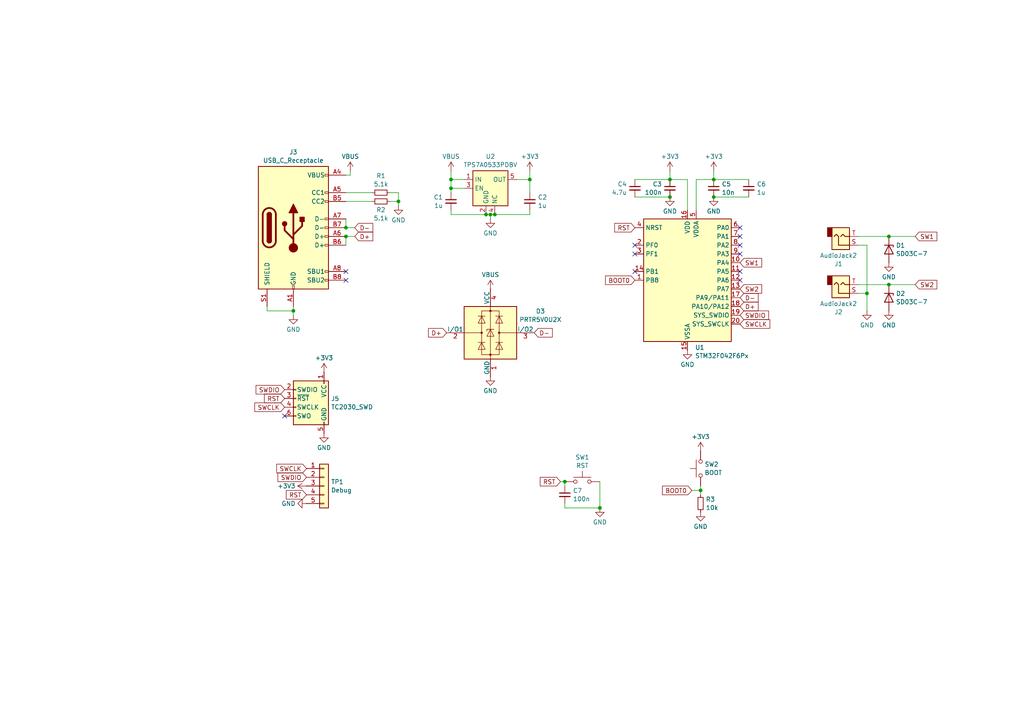
<source format=kicad_sch>
(kicad_sch
	(version 20250114)
	(generator "eeschema")
	(generator_version "9.0")
	(uuid "88c71582-ad78-4ced-885b-5742ae7c06d6")
	(paper "A4")
	(lib_symbols
		(symbol "Connector:USB_C_Receptacle_USB2.0_16P"
			(pin_names
				(offset 1.016)
			)
			(exclude_from_sim no)
			(in_bom yes)
			(on_board yes)
			(property "Reference" "J"
				(at 0 22.225 0)
				(effects
					(font
						(size 1.27 1.27)
					)
				)
			)
			(property "Value" "USB_C_Receptacle_USB2.0_16P"
				(at 0 19.685 0)
				(effects
					(font
						(size 1.27 1.27)
					)
				)
			)
			(property "Footprint" ""
				(at 3.81 0 0)
				(effects
					(font
						(size 1.27 1.27)
					)
					(hide yes)
				)
			)
			(property "Datasheet" "https://www.usb.org/sites/default/files/documents/usb_type-c.zip"
				(at 3.81 0 0)
				(effects
					(font
						(size 1.27 1.27)
					)
					(hide yes)
				)
			)
			(property "Description" "USB 2.0-only 16P Type-C Receptacle connector"
				(at 0 0 0)
				(effects
					(font
						(size 1.27 1.27)
					)
					(hide yes)
				)
			)
			(property "ki_keywords" "usb universal serial bus type-C USB2.0"
				(at 0 0 0)
				(effects
					(font
						(size 1.27 1.27)
					)
					(hide yes)
				)
			)
			(property "ki_fp_filters" "USB*C*Receptacle*"
				(at 0 0 0)
				(effects
					(font
						(size 1.27 1.27)
					)
					(hide yes)
				)
			)
			(symbol "USB_C_Receptacle_USB2.0_16P_0_0"
				(rectangle
					(start -0.254 -17.78)
					(end 0.254 -16.764)
					(stroke
						(width 0)
						(type default)
					)
					(fill
						(type none)
					)
				)
				(rectangle
					(start 10.16 15.494)
					(end 9.144 14.986)
					(stroke
						(width 0)
						(type default)
					)
					(fill
						(type none)
					)
				)
				(rectangle
					(start 10.16 10.414)
					(end 9.144 9.906)
					(stroke
						(width 0)
						(type default)
					)
					(fill
						(type none)
					)
				)
				(rectangle
					(start 10.16 7.874)
					(end 9.144 7.366)
					(stroke
						(width 0)
						(type default)
					)
					(fill
						(type none)
					)
				)
				(rectangle
					(start 10.16 2.794)
					(end 9.144 2.286)
					(stroke
						(width 0)
						(type default)
					)
					(fill
						(type none)
					)
				)
				(rectangle
					(start 10.16 0.254)
					(end 9.144 -0.254)
					(stroke
						(width 0)
						(type default)
					)
					(fill
						(type none)
					)
				)
				(rectangle
					(start 10.16 -2.286)
					(end 9.144 -2.794)
					(stroke
						(width 0)
						(type default)
					)
					(fill
						(type none)
					)
				)
				(rectangle
					(start 10.16 -4.826)
					(end 9.144 -5.334)
					(stroke
						(width 0)
						(type default)
					)
					(fill
						(type none)
					)
				)
				(rectangle
					(start 10.16 -12.446)
					(end 9.144 -12.954)
					(stroke
						(width 0)
						(type default)
					)
					(fill
						(type none)
					)
				)
				(rectangle
					(start 10.16 -14.986)
					(end 9.144 -15.494)
					(stroke
						(width 0)
						(type default)
					)
					(fill
						(type none)
					)
				)
			)
			(symbol "USB_C_Receptacle_USB2.0_16P_0_1"
				(rectangle
					(start -10.16 17.78)
					(end 10.16 -17.78)
					(stroke
						(width 0.254)
						(type default)
					)
					(fill
						(type background)
					)
				)
				(polyline
					(pts
						(xy -8.89 -3.81) (xy -8.89 3.81)
					)
					(stroke
						(width 0.508)
						(type default)
					)
					(fill
						(type none)
					)
				)
				(rectangle
					(start -7.62 -3.81)
					(end -6.35 3.81)
					(stroke
						(width 0.254)
						(type default)
					)
					(fill
						(type outline)
					)
				)
				(arc
					(start -7.62 3.81)
					(mid -6.985 4.4423)
					(end -6.35 3.81)
					(stroke
						(width 0.254)
						(type default)
					)
					(fill
						(type none)
					)
				)
				(arc
					(start -7.62 3.81)
					(mid -6.985 4.4423)
					(end -6.35 3.81)
					(stroke
						(width 0.254)
						(type default)
					)
					(fill
						(type outline)
					)
				)
				(arc
					(start -8.89 3.81)
					(mid -6.985 5.7067)
					(end -5.08 3.81)
					(stroke
						(width 0.508)
						(type default)
					)
					(fill
						(type none)
					)
				)
				(arc
					(start -5.08 -3.81)
					(mid -6.985 -5.7067)
					(end -8.89 -3.81)
					(stroke
						(width 0.508)
						(type default)
					)
					(fill
						(type none)
					)
				)
				(arc
					(start -6.35 -3.81)
					(mid -6.985 -4.4423)
					(end -7.62 -3.81)
					(stroke
						(width 0.254)
						(type default)
					)
					(fill
						(type none)
					)
				)
				(arc
					(start -6.35 -3.81)
					(mid -6.985 -4.4423)
					(end -7.62 -3.81)
					(stroke
						(width 0.254)
						(type default)
					)
					(fill
						(type outline)
					)
				)
				(polyline
					(pts
						(xy -5.08 3.81) (xy -5.08 -3.81)
					)
					(stroke
						(width 0.508)
						(type default)
					)
					(fill
						(type none)
					)
				)
				(circle
					(center -2.54 1.143)
					(radius 0.635)
					(stroke
						(width 0.254)
						(type default)
					)
					(fill
						(type outline)
					)
				)
				(polyline
					(pts
						(xy -1.27 4.318) (xy 0 6.858) (xy 1.27 4.318) (xy -1.27 4.318)
					)
					(stroke
						(width 0.254)
						(type default)
					)
					(fill
						(type outline)
					)
				)
				(polyline
					(pts
						(xy 0 -2.032) (xy 2.54 0.508) (xy 2.54 1.778)
					)
					(stroke
						(width 0.508)
						(type default)
					)
					(fill
						(type none)
					)
				)
				(polyline
					(pts
						(xy 0 -3.302) (xy -2.54 -0.762) (xy -2.54 0.508)
					)
					(stroke
						(width 0.508)
						(type default)
					)
					(fill
						(type none)
					)
				)
				(polyline
					(pts
						(xy 0 -5.842) (xy 0 4.318)
					)
					(stroke
						(width 0.508)
						(type default)
					)
					(fill
						(type none)
					)
				)
				(circle
					(center 0 -5.842)
					(radius 1.27)
					(stroke
						(width 0)
						(type default)
					)
					(fill
						(type outline)
					)
				)
				(rectangle
					(start 1.905 1.778)
					(end 3.175 3.048)
					(stroke
						(width 0.254)
						(type default)
					)
					(fill
						(type outline)
					)
				)
			)
			(symbol "USB_C_Receptacle_USB2.0_16P_1_1"
				(pin passive line
					(at -7.62 -22.86 90)
					(length 5.08)
					(name "SHIELD"
						(effects
							(font
								(size 1.27 1.27)
							)
						)
					)
					(number "S1"
						(effects
							(font
								(size 1.27 1.27)
							)
						)
					)
				)
				(pin passive line
					(at 0 -22.86 90)
					(length 5.08)
					(name "GND"
						(effects
							(font
								(size 1.27 1.27)
							)
						)
					)
					(number "A1"
						(effects
							(font
								(size 1.27 1.27)
							)
						)
					)
				)
				(pin passive line
					(at 0 -22.86 90)
					(length 5.08)
					(hide yes)
					(name "GND"
						(effects
							(font
								(size 1.27 1.27)
							)
						)
					)
					(number "A12"
						(effects
							(font
								(size 1.27 1.27)
							)
						)
					)
				)
				(pin passive line
					(at 0 -22.86 90)
					(length 5.08)
					(hide yes)
					(name "GND"
						(effects
							(font
								(size 1.27 1.27)
							)
						)
					)
					(number "B1"
						(effects
							(font
								(size 1.27 1.27)
							)
						)
					)
				)
				(pin passive line
					(at 0 -22.86 90)
					(length 5.08)
					(hide yes)
					(name "GND"
						(effects
							(font
								(size 1.27 1.27)
							)
						)
					)
					(number "B12"
						(effects
							(font
								(size 1.27 1.27)
							)
						)
					)
				)
				(pin passive line
					(at 15.24 15.24 180)
					(length 5.08)
					(name "VBUS"
						(effects
							(font
								(size 1.27 1.27)
							)
						)
					)
					(number "A4"
						(effects
							(font
								(size 1.27 1.27)
							)
						)
					)
				)
				(pin passive line
					(at 15.24 15.24 180)
					(length 5.08)
					(hide yes)
					(name "VBUS"
						(effects
							(font
								(size 1.27 1.27)
							)
						)
					)
					(number "A9"
						(effects
							(font
								(size 1.27 1.27)
							)
						)
					)
				)
				(pin passive line
					(at 15.24 15.24 180)
					(length 5.08)
					(hide yes)
					(name "VBUS"
						(effects
							(font
								(size 1.27 1.27)
							)
						)
					)
					(number "B4"
						(effects
							(font
								(size 1.27 1.27)
							)
						)
					)
				)
				(pin passive line
					(at 15.24 15.24 180)
					(length 5.08)
					(hide yes)
					(name "VBUS"
						(effects
							(font
								(size 1.27 1.27)
							)
						)
					)
					(number "B9"
						(effects
							(font
								(size 1.27 1.27)
							)
						)
					)
				)
				(pin bidirectional line
					(at 15.24 10.16 180)
					(length 5.08)
					(name "CC1"
						(effects
							(font
								(size 1.27 1.27)
							)
						)
					)
					(number "A5"
						(effects
							(font
								(size 1.27 1.27)
							)
						)
					)
				)
				(pin bidirectional line
					(at 15.24 7.62 180)
					(length 5.08)
					(name "CC2"
						(effects
							(font
								(size 1.27 1.27)
							)
						)
					)
					(number "B5"
						(effects
							(font
								(size 1.27 1.27)
							)
						)
					)
				)
				(pin bidirectional line
					(at 15.24 2.54 180)
					(length 5.08)
					(name "D-"
						(effects
							(font
								(size 1.27 1.27)
							)
						)
					)
					(number "A7"
						(effects
							(font
								(size 1.27 1.27)
							)
						)
					)
				)
				(pin bidirectional line
					(at 15.24 0 180)
					(length 5.08)
					(name "D-"
						(effects
							(font
								(size 1.27 1.27)
							)
						)
					)
					(number "B7"
						(effects
							(font
								(size 1.27 1.27)
							)
						)
					)
				)
				(pin bidirectional line
					(at 15.24 -2.54 180)
					(length 5.08)
					(name "D+"
						(effects
							(font
								(size 1.27 1.27)
							)
						)
					)
					(number "A6"
						(effects
							(font
								(size 1.27 1.27)
							)
						)
					)
				)
				(pin bidirectional line
					(at 15.24 -5.08 180)
					(length 5.08)
					(name "D+"
						(effects
							(font
								(size 1.27 1.27)
							)
						)
					)
					(number "B6"
						(effects
							(font
								(size 1.27 1.27)
							)
						)
					)
				)
				(pin bidirectional line
					(at 15.24 -12.7 180)
					(length 5.08)
					(name "SBU1"
						(effects
							(font
								(size 1.27 1.27)
							)
						)
					)
					(number "A8"
						(effects
							(font
								(size 1.27 1.27)
							)
						)
					)
				)
				(pin bidirectional line
					(at 15.24 -15.24 180)
					(length 5.08)
					(name "SBU2"
						(effects
							(font
								(size 1.27 1.27)
							)
						)
					)
					(number "B8"
						(effects
							(font
								(size 1.27 1.27)
							)
						)
					)
				)
			)
			(embedded_fonts no)
		)
		(symbol "Connector_Audio:AudioJack2"
			(exclude_from_sim no)
			(in_bom yes)
			(on_board yes)
			(property "Reference" "J"
				(at 0 8.89 0)
				(effects
					(font
						(size 1.27 1.27)
					)
				)
			)
			(property "Value" "AudioJack2"
				(at 0 6.35 0)
				(effects
					(font
						(size 1.27 1.27)
					)
				)
			)
			(property "Footprint" ""
				(at 0 0 0)
				(effects
					(font
						(size 1.27 1.27)
					)
					(hide yes)
				)
			)
			(property "Datasheet" "~"
				(at 0 0 0)
				(effects
					(font
						(size 1.27 1.27)
					)
					(hide yes)
				)
			)
			(property "Description" "Audio Jack, 2 Poles (Mono / TS)"
				(at 0 0 0)
				(effects
					(font
						(size 1.27 1.27)
					)
					(hide yes)
				)
			)
			(property "ki_keywords" "audio jack receptacle mono phone headphone TS connector"
				(at 0 0 0)
				(effects
					(font
						(size 1.27 1.27)
					)
					(hide yes)
				)
			)
			(property "ki_fp_filters" "Jack*"
				(at 0 0 0)
				(effects
					(font
						(size 1.27 1.27)
					)
					(hide yes)
				)
			)
			(symbol "AudioJack2_0_1"
				(rectangle
					(start -3.81 0)
					(end -2.54 -2.54)
					(stroke
						(width 0.254)
						(type default)
					)
					(fill
						(type outline)
					)
				)
				(rectangle
					(start -2.54 3.81)
					(end 2.54 -2.54)
					(stroke
						(width 0.254)
						(type default)
					)
					(fill
						(type background)
					)
				)
				(polyline
					(pts
						(xy 0 0) (xy 0.635 -0.635) (xy 1.27 0) (xy 2.54 0)
					)
					(stroke
						(width 0.254)
						(type default)
					)
					(fill
						(type none)
					)
				)
				(polyline
					(pts
						(xy 2.54 2.54) (xy -0.635 2.54) (xy -0.635 0) (xy -1.27 -0.635) (xy -1.905 0)
					)
					(stroke
						(width 0.254)
						(type default)
					)
					(fill
						(type none)
					)
				)
			)
			(symbol "AudioJack2_1_1"
				(pin passive line
					(at 5.08 2.54 180)
					(length 2.54)
					(name "~"
						(effects
							(font
								(size 1.27 1.27)
							)
						)
					)
					(number "S"
						(effects
							(font
								(size 1.27 1.27)
							)
						)
					)
				)
				(pin passive line
					(at 5.08 0 180)
					(length 2.54)
					(name "~"
						(effects
							(font
								(size 1.27 1.27)
							)
						)
					)
					(number "T"
						(effects
							(font
								(size 1.27 1.27)
							)
						)
					)
				)
			)
			(embedded_fonts no)
		)
		(symbol "Connector_Generic:Conn_01x05"
			(pin_names
				(offset 1.016)
				(hide yes)
			)
			(exclude_from_sim no)
			(in_bom yes)
			(on_board yes)
			(property "Reference" "J"
				(at 0 7.62 0)
				(effects
					(font
						(size 1.27 1.27)
					)
				)
			)
			(property "Value" "Conn_01x05"
				(at 0 -7.62 0)
				(effects
					(font
						(size 1.27 1.27)
					)
				)
			)
			(property "Footprint" ""
				(at 0 0 0)
				(effects
					(font
						(size 1.27 1.27)
					)
					(hide yes)
				)
			)
			(property "Datasheet" "~"
				(at 0 0 0)
				(effects
					(font
						(size 1.27 1.27)
					)
					(hide yes)
				)
			)
			(property "Description" "Generic connector, single row, 01x05, script generated (kicad-library-utils/schlib/autogen/connector/)"
				(at 0 0 0)
				(effects
					(font
						(size 1.27 1.27)
					)
					(hide yes)
				)
			)
			(property "ki_keywords" "connector"
				(at 0 0 0)
				(effects
					(font
						(size 1.27 1.27)
					)
					(hide yes)
				)
			)
			(property "ki_fp_filters" "Connector*:*_1x??_*"
				(at 0 0 0)
				(effects
					(font
						(size 1.27 1.27)
					)
					(hide yes)
				)
			)
			(symbol "Conn_01x05_1_1"
				(rectangle
					(start -1.27 6.35)
					(end 1.27 -6.35)
					(stroke
						(width 0.254)
						(type default)
					)
					(fill
						(type background)
					)
				)
				(rectangle
					(start -1.27 5.207)
					(end 0 4.953)
					(stroke
						(width 0.1524)
						(type default)
					)
					(fill
						(type none)
					)
				)
				(rectangle
					(start -1.27 2.667)
					(end 0 2.413)
					(stroke
						(width 0.1524)
						(type default)
					)
					(fill
						(type none)
					)
				)
				(rectangle
					(start -1.27 0.127)
					(end 0 -0.127)
					(stroke
						(width 0.1524)
						(type default)
					)
					(fill
						(type none)
					)
				)
				(rectangle
					(start -1.27 -2.413)
					(end 0 -2.667)
					(stroke
						(width 0.1524)
						(type default)
					)
					(fill
						(type none)
					)
				)
				(rectangle
					(start -1.27 -4.953)
					(end 0 -5.207)
					(stroke
						(width 0.1524)
						(type default)
					)
					(fill
						(type none)
					)
				)
				(pin passive line
					(at -5.08 5.08 0)
					(length 3.81)
					(name "Pin_1"
						(effects
							(font
								(size 1.27 1.27)
							)
						)
					)
					(number "1"
						(effects
							(font
								(size 1.27 1.27)
							)
						)
					)
				)
				(pin passive line
					(at -5.08 2.54 0)
					(length 3.81)
					(name "Pin_2"
						(effects
							(font
								(size 1.27 1.27)
							)
						)
					)
					(number "2"
						(effects
							(font
								(size 1.27 1.27)
							)
						)
					)
				)
				(pin passive line
					(at -5.08 0 0)
					(length 3.81)
					(name "Pin_3"
						(effects
							(font
								(size 1.27 1.27)
							)
						)
					)
					(number "3"
						(effects
							(font
								(size 1.27 1.27)
							)
						)
					)
				)
				(pin passive line
					(at -5.08 -2.54 0)
					(length 3.81)
					(name "Pin_4"
						(effects
							(font
								(size 1.27 1.27)
							)
						)
					)
					(number "4"
						(effects
							(font
								(size 1.27 1.27)
							)
						)
					)
				)
				(pin passive line
					(at -5.08 -5.08 0)
					(length 3.81)
					(name "Pin_5"
						(effects
							(font
								(size 1.27 1.27)
							)
						)
					)
					(number "5"
						(effects
							(font
								(size 1.27 1.27)
							)
						)
					)
				)
			)
			(embedded_fonts no)
		)
		(symbol "Device:C_Small"
			(pin_numbers
				(hide yes)
			)
			(pin_names
				(offset 0.254)
				(hide yes)
			)
			(exclude_from_sim no)
			(in_bom yes)
			(on_board yes)
			(property "Reference" "C"
				(at 0.254 1.778 0)
				(effects
					(font
						(size 1.27 1.27)
					)
					(justify left)
				)
			)
			(property "Value" "C_Small"
				(at 0.254 -2.032 0)
				(effects
					(font
						(size 1.27 1.27)
					)
					(justify left)
				)
			)
			(property "Footprint" ""
				(at 0 0 0)
				(effects
					(font
						(size 1.27 1.27)
					)
					(hide yes)
				)
			)
			(property "Datasheet" "~"
				(at 0 0 0)
				(effects
					(font
						(size 1.27 1.27)
					)
					(hide yes)
				)
			)
			(property "Description" "Unpolarized capacitor, small symbol"
				(at 0 0 0)
				(effects
					(font
						(size 1.27 1.27)
					)
					(hide yes)
				)
			)
			(property "ki_keywords" "capacitor cap"
				(at 0 0 0)
				(effects
					(font
						(size 1.27 1.27)
					)
					(hide yes)
				)
			)
			(property "ki_fp_filters" "C_*"
				(at 0 0 0)
				(effects
					(font
						(size 1.27 1.27)
					)
					(hide yes)
				)
			)
			(symbol "C_Small_0_1"
				(polyline
					(pts
						(xy -1.524 0.508) (xy 1.524 0.508)
					)
					(stroke
						(width 0.3048)
						(type default)
					)
					(fill
						(type none)
					)
				)
				(polyline
					(pts
						(xy -1.524 -0.508) (xy 1.524 -0.508)
					)
					(stroke
						(width 0.3302)
						(type default)
					)
					(fill
						(type none)
					)
				)
			)
			(symbol "C_Small_1_1"
				(pin passive line
					(at 0 2.54 270)
					(length 2.032)
					(name "~"
						(effects
							(font
								(size 1.27 1.27)
							)
						)
					)
					(number "1"
						(effects
							(font
								(size 1.27 1.27)
							)
						)
					)
				)
				(pin passive line
					(at 0 -2.54 90)
					(length 2.032)
					(name "~"
						(effects
							(font
								(size 1.27 1.27)
							)
						)
					)
					(number "2"
						(effects
							(font
								(size 1.27 1.27)
							)
						)
					)
				)
			)
			(embedded_fonts no)
		)
		(symbol "Device:D_Zener"
			(pin_numbers
				(hide yes)
			)
			(pin_names
				(offset 1.016)
				(hide yes)
			)
			(exclude_from_sim no)
			(in_bom yes)
			(on_board yes)
			(property "Reference" "D"
				(at 0 2.54 0)
				(effects
					(font
						(size 1.27 1.27)
					)
				)
			)
			(property "Value" "D_Zener"
				(at 0 -2.54 0)
				(effects
					(font
						(size 1.27 1.27)
					)
				)
			)
			(property "Footprint" ""
				(at 0 0 0)
				(effects
					(font
						(size 1.27 1.27)
					)
					(hide yes)
				)
			)
			(property "Datasheet" "~"
				(at 0 0 0)
				(effects
					(font
						(size 1.27 1.27)
					)
					(hide yes)
				)
			)
			(property "Description" "Zener diode"
				(at 0 0 0)
				(effects
					(font
						(size 1.27 1.27)
					)
					(hide yes)
				)
			)
			(property "ki_keywords" "diode"
				(at 0 0 0)
				(effects
					(font
						(size 1.27 1.27)
					)
					(hide yes)
				)
			)
			(property "ki_fp_filters" "TO-???* *_Diode_* *SingleDiode* D_*"
				(at 0 0 0)
				(effects
					(font
						(size 1.27 1.27)
					)
					(hide yes)
				)
			)
			(symbol "D_Zener_0_1"
				(polyline
					(pts
						(xy -1.27 -1.27) (xy -1.27 1.27) (xy -0.762 1.27)
					)
					(stroke
						(width 0.254)
						(type default)
					)
					(fill
						(type none)
					)
				)
				(polyline
					(pts
						(xy 1.27 0) (xy -1.27 0)
					)
					(stroke
						(width 0)
						(type default)
					)
					(fill
						(type none)
					)
				)
				(polyline
					(pts
						(xy 1.27 -1.27) (xy 1.27 1.27) (xy -1.27 0) (xy 1.27 -1.27)
					)
					(stroke
						(width 0.254)
						(type default)
					)
					(fill
						(type none)
					)
				)
			)
			(symbol "D_Zener_1_1"
				(pin passive line
					(at -3.81 0 0)
					(length 2.54)
					(name "K"
						(effects
							(font
								(size 1.27 1.27)
							)
						)
					)
					(number "1"
						(effects
							(font
								(size 1.27 1.27)
							)
						)
					)
				)
				(pin passive line
					(at 3.81 0 180)
					(length 2.54)
					(name "A"
						(effects
							(font
								(size 1.27 1.27)
							)
						)
					)
					(number "2"
						(effects
							(font
								(size 1.27 1.27)
							)
						)
					)
				)
			)
			(embedded_fonts no)
		)
		(symbol "Device:R_Small"
			(pin_numbers
				(hide yes)
			)
			(pin_names
				(offset 0.254)
				(hide yes)
			)
			(exclude_from_sim no)
			(in_bom yes)
			(on_board yes)
			(property "Reference" "R"
				(at 0.762 0.508 0)
				(effects
					(font
						(size 1.27 1.27)
					)
					(justify left)
				)
			)
			(property "Value" "R_Small"
				(at 0.762 -1.016 0)
				(effects
					(font
						(size 1.27 1.27)
					)
					(justify left)
				)
			)
			(property "Footprint" ""
				(at 0 0 0)
				(effects
					(font
						(size 1.27 1.27)
					)
					(hide yes)
				)
			)
			(property "Datasheet" "~"
				(at 0 0 0)
				(effects
					(font
						(size 1.27 1.27)
					)
					(hide yes)
				)
			)
			(property "Description" "Resistor, small symbol"
				(at 0 0 0)
				(effects
					(font
						(size 1.27 1.27)
					)
					(hide yes)
				)
			)
			(property "ki_keywords" "R resistor"
				(at 0 0 0)
				(effects
					(font
						(size 1.27 1.27)
					)
					(hide yes)
				)
			)
			(property "ki_fp_filters" "R_*"
				(at 0 0 0)
				(effects
					(font
						(size 1.27 1.27)
					)
					(hide yes)
				)
			)
			(symbol "R_Small_0_1"
				(rectangle
					(start -0.762 1.778)
					(end 0.762 -1.778)
					(stroke
						(width 0.2032)
						(type default)
					)
					(fill
						(type none)
					)
				)
			)
			(symbol "R_Small_1_1"
				(pin passive line
					(at 0 2.54 270)
					(length 0.762)
					(name "~"
						(effects
							(font
								(size 1.27 1.27)
							)
						)
					)
					(number "1"
						(effects
							(font
								(size 1.27 1.27)
							)
						)
					)
				)
				(pin passive line
					(at 0 -2.54 90)
					(length 0.762)
					(name "~"
						(effects
							(font
								(size 1.27 1.27)
							)
						)
					)
					(number "2"
						(effects
							(font
								(size 1.27 1.27)
							)
						)
					)
				)
			)
			(embedded_fonts no)
		)
		(symbol "MCU_ST_STM32F0:STM32F042F6Px"
			(exclude_from_sim no)
			(in_bom yes)
			(on_board yes)
			(property "Reference" "U"
				(at -12.7 19.05 0)
				(effects
					(font
						(size 1.27 1.27)
					)
					(justify left)
				)
			)
			(property "Value" "STM32F042F6Px"
				(at 5.08 19.05 0)
				(effects
					(font
						(size 1.27 1.27)
					)
					(justify left)
				)
			)
			(property "Footprint" "Package_SO:TSSOP-20_4.4x6.5mm_P0.65mm"
				(at -12.7 -17.78 0)
				(effects
					(font
						(size 1.27 1.27)
					)
					(justify right)
					(hide yes)
				)
			)
			(property "Datasheet" "https://www.st.com/resource/en/datasheet/stm32f042f6.pdf"
				(at 0 0 0)
				(effects
					(font
						(size 1.27 1.27)
					)
					(hide yes)
				)
			)
			(property "Description" "STMicroelectronics Arm Cortex-M0 MCU, 32KB flash, 6KB RAM, 48 MHz, 2.0-3.6V, 16 GPIO, TSSOP20"
				(at 0 0 0)
				(effects
					(font
						(size 1.27 1.27)
					)
					(hide yes)
				)
			)
			(property "ki_locked" ""
				(at 0 0 0)
				(effects
					(font
						(size 1.27 1.27)
					)
				)
			)
			(property "ki_keywords" "Arm Cortex-M0 STM32F0 STM32F0x2"
				(at 0 0 0)
				(effects
					(font
						(size 1.27 1.27)
					)
					(hide yes)
				)
			)
			(property "ki_fp_filters" "TSSOP*4.4x6.5mm*P0.65mm*"
				(at 0 0 0)
				(effects
					(font
						(size 1.27 1.27)
					)
					(hide yes)
				)
			)
			(symbol "STM32F042F6Px_0_1"
				(rectangle
					(start -12.7 -17.78)
					(end 12.7 17.78)
					(stroke
						(width 0.254)
						(type default)
					)
					(fill
						(type background)
					)
				)
			)
			(symbol "STM32F042F6Px_1_1"
				(pin input line
					(at -15.24 15.24 0)
					(length 2.54)
					(name "NRST"
						(effects
							(font
								(size 1.27 1.27)
							)
						)
					)
					(number "4"
						(effects
							(font
								(size 1.27 1.27)
							)
						)
					)
				)
				(pin bidirectional line
					(at -15.24 10.16 0)
					(length 2.54)
					(name "PF0"
						(effects
							(font
								(size 1.27 1.27)
							)
						)
					)
					(number "2"
						(effects
							(font
								(size 1.27 1.27)
							)
						)
					)
					(alternate "CRS_SYNC" bidirectional line)
					(alternate "I2C1_SDA" bidirectional line)
					(alternate "RCC_OSC_IN" bidirectional line)
				)
				(pin bidirectional line
					(at -15.24 7.62 0)
					(length 2.54)
					(name "PF1"
						(effects
							(font
								(size 1.27 1.27)
							)
						)
					)
					(number "3"
						(effects
							(font
								(size 1.27 1.27)
							)
						)
					)
					(alternate "I2C1_SCL" bidirectional line)
					(alternate "RCC_OSC_OUT" bidirectional line)
				)
				(pin bidirectional line
					(at -15.24 2.54 0)
					(length 2.54)
					(name "PB1"
						(effects
							(font
								(size 1.27 1.27)
							)
						)
					)
					(number "14"
						(effects
							(font
								(size 1.27 1.27)
							)
						)
					)
					(alternate "ADC_IN9" bidirectional line)
					(alternate "TIM14_CH1" bidirectional line)
					(alternate "TIM1_CH3N" bidirectional line)
					(alternate "TIM3_CH4" bidirectional line)
				)
				(pin bidirectional line
					(at -15.24 0 0)
					(length 2.54)
					(name "PB8"
						(effects
							(font
								(size 1.27 1.27)
							)
						)
					)
					(number "1"
						(effects
							(font
								(size 1.27 1.27)
							)
						)
					)
					(alternate "CAN_RX" bidirectional line)
					(alternate "CEC" bidirectional line)
					(alternate "I2C1_SCL" bidirectional line)
					(alternate "TIM16_CH1" bidirectional line)
					(alternate "TSC_SYNC" bidirectional line)
				)
				(pin power_in line
					(at 0 20.32 270)
					(length 2.54)
					(name "VDD"
						(effects
							(font
								(size 1.27 1.27)
							)
						)
					)
					(number "16"
						(effects
							(font
								(size 1.27 1.27)
							)
						)
					)
				)
				(pin power_in line
					(at 0 -20.32 90)
					(length 2.54)
					(name "VSSA"
						(effects
							(font
								(size 1.27 1.27)
							)
						)
					)
					(number "15"
						(effects
							(font
								(size 1.27 1.27)
							)
						)
					)
				)
				(pin power_in line
					(at 2.54 20.32 270)
					(length 2.54)
					(name "VDDA"
						(effects
							(font
								(size 1.27 1.27)
							)
						)
					)
					(number "5"
						(effects
							(font
								(size 1.27 1.27)
							)
						)
					)
				)
				(pin bidirectional line
					(at 15.24 15.24 180)
					(length 2.54)
					(name "PA0"
						(effects
							(font
								(size 1.27 1.27)
							)
						)
					)
					(number "6"
						(effects
							(font
								(size 1.27 1.27)
							)
						)
					)
					(alternate "ADC_IN0" bidirectional line)
					(alternate "RTC_TAMP2" bidirectional line)
					(alternate "SYS_WKUP1" bidirectional line)
					(alternate "TIM2_CH1" bidirectional line)
					(alternate "TIM2_ETR" bidirectional line)
					(alternate "TSC_G1_IO1" bidirectional line)
					(alternate "USART2_CTS" bidirectional line)
				)
				(pin bidirectional line
					(at 15.24 12.7 180)
					(length 2.54)
					(name "PA1"
						(effects
							(font
								(size 1.27 1.27)
							)
						)
					)
					(number "7"
						(effects
							(font
								(size 1.27 1.27)
							)
						)
					)
					(alternate "ADC_IN1" bidirectional line)
					(alternate "TIM2_CH2" bidirectional line)
					(alternate "TSC_G1_IO2" bidirectional line)
					(alternate "USART2_DE" bidirectional line)
					(alternate "USART2_RTS" bidirectional line)
				)
				(pin bidirectional line
					(at 15.24 10.16 180)
					(length 2.54)
					(name "PA2"
						(effects
							(font
								(size 1.27 1.27)
							)
						)
					)
					(number "8"
						(effects
							(font
								(size 1.27 1.27)
							)
						)
					)
					(alternate "ADC_IN2" bidirectional line)
					(alternate "SYS_WKUP4" bidirectional line)
					(alternate "TIM2_CH3" bidirectional line)
					(alternate "TSC_G1_IO3" bidirectional line)
					(alternate "USART2_TX" bidirectional line)
				)
				(pin bidirectional line
					(at 15.24 7.62 180)
					(length 2.54)
					(name "PA3"
						(effects
							(font
								(size 1.27 1.27)
							)
						)
					)
					(number "9"
						(effects
							(font
								(size 1.27 1.27)
							)
						)
					)
					(alternate "ADC_IN3" bidirectional line)
					(alternate "TIM2_CH4" bidirectional line)
					(alternate "TSC_G1_IO4" bidirectional line)
					(alternate "USART2_RX" bidirectional line)
				)
				(pin bidirectional line
					(at 15.24 5.08 180)
					(length 2.54)
					(name "PA4"
						(effects
							(font
								(size 1.27 1.27)
							)
						)
					)
					(number "10"
						(effects
							(font
								(size 1.27 1.27)
							)
						)
					)
					(alternate "ADC_IN4" bidirectional line)
					(alternate "I2S1_WS" bidirectional line)
					(alternate "SPI1_NSS" bidirectional line)
					(alternate "TIM14_CH1" bidirectional line)
					(alternate "TSC_G2_IO1" bidirectional line)
					(alternate "USART2_CK" bidirectional line)
					(alternate "USB_NOE" bidirectional line)
				)
				(pin bidirectional line
					(at 15.24 2.54 180)
					(length 2.54)
					(name "PA5"
						(effects
							(font
								(size 1.27 1.27)
							)
						)
					)
					(number "11"
						(effects
							(font
								(size 1.27 1.27)
							)
						)
					)
					(alternate "ADC_IN5" bidirectional line)
					(alternate "CEC" bidirectional line)
					(alternate "I2S1_CK" bidirectional line)
					(alternate "SPI1_SCK" bidirectional line)
					(alternate "TIM2_CH1" bidirectional line)
					(alternate "TIM2_ETR" bidirectional line)
					(alternate "TSC_G2_IO2" bidirectional line)
				)
				(pin bidirectional line
					(at 15.24 0 180)
					(length 2.54)
					(name "PA6"
						(effects
							(font
								(size 1.27 1.27)
							)
						)
					)
					(number "12"
						(effects
							(font
								(size 1.27 1.27)
							)
						)
					)
					(alternate "ADC_IN6" bidirectional line)
					(alternate "I2S1_MCK" bidirectional line)
					(alternate "SPI1_MISO" bidirectional line)
					(alternate "TIM16_CH1" bidirectional line)
					(alternate "TIM1_BKIN" bidirectional line)
					(alternate "TIM3_CH1" bidirectional line)
					(alternate "TSC_G2_IO3" bidirectional line)
				)
				(pin bidirectional line
					(at 15.24 -2.54 180)
					(length 2.54)
					(name "PA7"
						(effects
							(font
								(size 1.27 1.27)
							)
						)
					)
					(number "13"
						(effects
							(font
								(size 1.27 1.27)
							)
						)
					)
					(alternate "ADC_IN7" bidirectional line)
					(alternate "I2S1_SD" bidirectional line)
					(alternate "SPI1_MOSI" bidirectional line)
					(alternate "TIM14_CH1" bidirectional line)
					(alternate "TIM17_CH1" bidirectional line)
					(alternate "TIM1_CH1N" bidirectional line)
					(alternate "TIM3_CH2" bidirectional line)
					(alternate "TSC_G2_IO4" bidirectional line)
				)
				(pin bidirectional line
					(at 15.24 -5.08 180)
					(length 2.54)
					(name "PA9/PA11"
						(effects
							(font
								(size 1.27 1.27)
							)
						)
					)
					(number "17"
						(effects
							(font
								(size 1.27 1.27)
							)
						)
					)
					(alternate "I2C1_SCL" bidirectional line)
					(alternate "TIM1_CH2" bidirectional line)
					(alternate "TSC_G4_IO1" bidirectional line)
					(alternate "USART1_TX" bidirectional line)
				)
				(pin bidirectional line
					(at 15.24 -7.62 180)
					(length 2.54)
					(name "PA10/PA12"
						(effects
							(font
								(size 1.27 1.27)
							)
						)
					)
					(number "18"
						(effects
							(font
								(size 1.27 1.27)
							)
						)
					)
					(alternate "I2C1_SDA" bidirectional line)
					(alternate "TIM17_BKIN" bidirectional line)
					(alternate "TIM1_CH3" bidirectional line)
					(alternate "TSC_G4_IO2" bidirectional line)
					(alternate "USART1_RX" bidirectional line)
				)
				(pin bidirectional line
					(at 15.24 -10.16 180)
					(length 2.54)
					(name "PA13"
						(effects
							(font
								(size 1.27 1.27)
							)
						)
					)
					(number "19"
						(effects
							(font
								(size 1.27 1.27)
							)
						)
					)
					(alternate "IR_OUT" bidirectional line)
					(alternate "SYS_SWDIO" bidirectional line)
					(alternate "USB_NOE" bidirectional line)
				)
				(pin bidirectional line
					(at 15.24 -12.7 180)
					(length 2.54)
					(name "PA14"
						(effects
							(font
								(size 1.27 1.27)
							)
						)
					)
					(number "20"
						(effects
							(font
								(size 1.27 1.27)
							)
						)
					)
					(alternate "SYS_SWCLK" bidirectional line)
					(alternate "USART2_TX" bidirectional line)
				)
			)
			(embedded_fonts no)
		)
		(symbol "PCM_marbastlib-various:TC2030_SWD"
			(pin_names
				(offset 1.016)
			)
			(exclude_from_sim no)
			(in_bom yes)
			(on_board yes)
			(property "Reference" "J"
				(at -3.81 -6.35 0)
				(effects
					(font
						(size 1.27 1.27)
					)
					(justify left)
				)
			)
			(property "Value" "TC2030_SWD"
				(at -10.16 8.89 0)
				(effects
					(font
						(size 1.27 1.27)
					)
					(justify left)
				)
			)
			(property "Footprint" "PCM_marbastlib-various:CON_TC2030_outlined"
				(at 10.16 1.27 90)
				(effects
					(font
						(size 1.27 1.27)
					)
					(hide yes)
				)
			)
			(property "Datasheet" "~"
				(at -32.385 -13.97 0)
				(effects
					(font
						(size 1.27 1.27)
					)
					(hide yes)
				)
			)
			(property "Description" "6-pin TC2030 connector for SWD programming"
				(at 0 0 0)
				(effects
					(font
						(size 1.27 1.27)
					)
					(hide yes)
				)
			)
			(property "ki_keywords" "JTAG ARM SWD connector tag connect tc 2030"
				(at 0 0 0)
				(effects
					(font
						(size 1.27 1.27)
					)
					(hide yes)
				)
			)
			(property "ki_fp_filters" "IDC?Header*2x03* Pin?Header*2x03*"
				(at 0 0 0)
				(effects
					(font
						(size 1.27 1.27)
					)
					(hide yes)
				)
			)
			(symbol "TC2030_SWD_0_1"
				(rectangle
					(start -3.81 7.62)
					(end 6.35 -5.08)
					(stroke
						(width 0.254)
						(type default)
					)
					(fill
						(type background)
					)
				)
				(rectangle
					(start -3.048 4.953)
					(end -3.81 5.207)
					(stroke
						(width 0)
						(type default)
					)
					(fill
						(type none)
					)
				)
				(rectangle
					(start -3.048 2.413)
					(end -3.81 2.667)
					(stroke
						(width 0)
						(type default)
					)
					(fill
						(type none)
					)
				)
				(rectangle
					(start -3.048 -0.127)
					(end -3.81 0.127)
					(stroke
						(width 0)
						(type default)
					)
					(fill
						(type none)
					)
				)
				(rectangle
					(start -3.048 -2.667)
					(end -3.81 -2.413)
					(stroke
						(width 0)
						(type default)
					)
					(fill
						(type none)
					)
				)
				(rectangle
					(start 4.953 6.858)
					(end 5.207 7.62)
					(stroke
						(width 0)
						(type default)
					)
					(fill
						(type none)
					)
				)
				(rectangle
					(start 4.953 -5.08)
					(end 5.207 -4.318)
					(stroke
						(width 0)
						(type default)
					)
					(fill
						(type none)
					)
				)
			)
			(symbol "TC2030_SWD_1_1"
				(pin passive line
					(at -6.35 5.08 0)
					(length 2.54)
					(name "SWDIO"
						(effects
							(font
								(size 1.27 1.27)
							)
						)
					)
					(number "2"
						(effects
							(font
								(size 1.27 1.27)
							)
						)
					)
				)
				(pin passive line
					(at -6.35 2.54 0)
					(length 2.54)
					(name "~{RST}"
						(effects
							(font
								(size 1.27 1.27)
							)
						)
					)
					(number "3"
						(effects
							(font
								(size 1.27 1.27)
							)
						)
					)
				)
				(pin passive line
					(at -6.35 0 0)
					(length 2.54)
					(name "SWCLK"
						(effects
							(font
								(size 1.27 1.27)
							)
						)
					)
					(number "4"
						(effects
							(font
								(size 1.27 1.27)
							)
						)
					)
				)
				(pin passive line
					(at -6.35 -2.54 0)
					(length 2.54)
					(name "SWO"
						(effects
							(font
								(size 1.27 1.27)
							)
						)
					)
					(number "6"
						(effects
							(font
								(size 1.27 1.27)
							)
						)
					)
				)
				(pin passive line
					(at 5.08 10.16 270)
					(length 2.54)
					(name "VCC"
						(effects
							(font
								(size 1.27 1.27)
							)
						)
					)
					(number "1"
						(effects
							(font
								(size 1.27 1.27)
							)
						)
					)
				)
				(pin passive line
					(at 5.08 -7.62 90)
					(length 2.54)
					(name "GND"
						(effects
							(font
								(size 1.27 1.27)
							)
						)
					)
					(number "5"
						(effects
							(font
								(size 1.27 1.27)
							)
						)
					)
				)
			)
			(embedded_fonts no)
		)
		(symbol "PageTurner:TPS7A0333PDBV"
			(exclude_from_sim no)
			(in_bom yes)
			(on_board yes)
			(property "Reference" "U"
				(at -3.81 6.35 0)
				(effects
					(font
						(size 1.27 1.27)
					)
				)
			)
			(property "Value" "TPS7A0333PDBV"
				(at 6.35 6.35 0)
				(effects
					(font
						(size 1.27 1.27)
					)
				)
			)
			(property "Footprint" "Package_TO_SOT_SMD:SOT-23-5"
				(at 0 8.89 0)
				(effects
					(font
						(size 1.27 1.27)
					)
					(hide yes)
				)
			)
			(property "Datasheet" "https://www.ti.com/lit/ds/symlink/tps7a03.pdf"
				(at 0 12.7 0)
				(effects
					(font
						(size 1.27 1.27)
					)
					(hide yes)
				)
			)
			(property "Description" "200-mA Ultra-Low-Iq LDO, 3.3V, SOT-23-5"
				(at 0 0 0)
				(effects
					(font
						(size 1.27 1.27)
					)
					(hide yes)
				)
			)
			(property "ki_keywords" "Single Output LDO Low-Iq"
				(at 0 0 0)
				(effects
					(font
						(size 1.27 1.27)
					)
					(hide yes)
				)
			)
			(property "ki_fp_filters" "SOT?23*"
				(at 0 0 0)
				(effects
					(font
						(size 1.27 1.27)
					)
					(hide yes)
				)
			)
			(symbol "TPS7A0333PDBV_0_1"
				(rectangle
					(start -5.08 -5.08)
					(end 5.08 5.08)
					(stroke
						(width 0.254)
						(type default)
					)
					(fill
						(type background)
					)
				)
				(pin power_in line
					(at -7.62 2.54 0)
					(length 2.54)
					(name "IN"
						(effects
							(font
								(size 1.27 1.27)
							)
						)
					)
					(number "1"
						(effects
							(font
								(size 1.27 1.27)
							)
						)
					)
				)
				(pin input line
					(at -7.62 0 0)
					(length 2.54)
					(name "EN"
						(effects
							(font
								(size 1.27 1.27)
							)
						)
					)
					(number "3"
						(effects
							(font
								(size 1.27 1.27)
							)
						)
					)
				)
				(pin power_in line
					(at -1.27 -7.62 90)
					(length 2.54)
					(name "GND"
						(effects
							(font
								(size 1.27 1.27)
							)
						)
					)
					(number "2"
						(effects
							(font
								(size 1.27 1.27)
							)
						)
					)
				)
				(pin power_out line
					(at 7.62 2.54 180)
					(length 2.54)
					(name "OUT"
						(effects
							(font
								(size 1.27 1.27)
							)
						)
					)
					(number "5"
						(effects
							(font
								(size 1.27 1.27)
							)
						)
					)
				)
			)
			(symbol "TPS7A0333PDBV_1_1"
				(pin unspecified line
					(at 1.27 -7.62 90)
					(length 2.54)
					(name "NC"
						(effects
							(font
								(size 1.27 1.27)
							)
						)
					)
					(number "4"
						(effects
							(font
								(size 1.27 1.27)
							)
						)
					)
				)
			)
			(embedded_fonts no)
		)
		(symbol "Power_Protection:PRTR5V0U2X"
			(pin_names
				(offset 0)
			)
			(exclude_from_sim no)
			(in_bom yes)
			(on_board yes)
			(property "Reference" "D"
				(at 2.794 8.636 0)
				(effects
					(font
						(size 1.27 1.27)
					)
				)
			)
			(property "Value" "PRTR5V0U2X"
				(at 8.128 -9.398 0)
				(effects
					(font
						(size 1.27 1.27)
					)
				)
			)
			(property "Footprint" "Package_TO_SOT_SMD:SOT-143"
				(at 1.524 0 0)
				(effects
					(font
						(size 1.27 1.27)
					)
					(hide yes)
				)
			)
			(property "Datasheet" "https://assets.nexperia.com/documents/data-sheet/PRTR5V0U2X.pdf"
				(at 1.524 0 0)
				(effects
					(font
						(size 1.27 1.27)
					)
					(hide yes)
				)
			)
			(property "Description" "Ultra low capacitance double rail-to-rail ESD protection diode, SOT-143"
				(at 0 0 0)
				(effects
					(font
						(size 1.27 1.27)
					)
					(hide yes)
				)
			)
			(property "ki_keywords" "ESD protection diode"
				(at 0 0 0)
				(effects
					(font
						(size 1.27 1.27)
					)
					(hide yes)
				)
			)
			(property "ki_fp_filters" "SOT?143*"
				(at 0 0 0)
				(effects
					(font
						(size 1.27 1.27)
					)
					(hide yes)
				)
			)
			(symbol "PRTR5V0U2X_0_1"
				(rectangle
					(start -7.62 -7.62)
					(end 7.62 7.62)
					(stroke
						(width 0.254)
						(type default)
					)
					(fill
						(type background)
					)
				)
				(polyline
					(pts
						(xy -3.556 2.794) (xy -1.524 2.794) (xy -2.54 4.826) (xy -3.556 2.794)
					)
					(stroke
						(width 0)
						(type default)
					)
					(fill
						(type none)
					)
				)
				(polyline
					(pts
						(xy -3.556 -4.826) (xy -1.524 -4.826) (xy -2.54 -2.794) (xy -3.556 -4.826)
					)
					(stroke
						(width 0)
						(type default)
					)
					(fill
						(type none)
					)
				)
				(rectangle
					(start -2.54 6.35)
					(end 2.54 -6.35)
					(stroke
						(width 0)
						(type default)
					)
					(fill
						(type none)
					)
				)
				(circle
					(center -2.54 0)
					(radius 0.254)
					(stroke
						(width 0)
						(type default)
					)
					(fill
						(type outline)
					)
				)
				(polyline
					(pts
						(xy -2.54 0) (xy -7.62 0)
					)
					(stroke
						(width 0)
						(type default)
					)
					(fill
						(type none)
					)
				)
				(polyline
					(pts
						(xy -1.524 4.826) (xy -3.556 4.826)
					)
					(stroke
						(width 0)
						(type default)
					)
					(fill
						(type none)
					)
				)
				(polyline
					(pts
						(xy -1.524 -2.794) (xy -3.556 -2.794)
					)
					(stroke
						(width 0)
						(type default)
					)
					(fill
						(type none)
					)
				)
				(polyline
					(pts
						(xy -1.016 -1.016) (xy 1.016 -1.016) (xy 0 1.016) (xy -1.016 -1.016)
					)
					(stroke
						(width 0)
						(type default)
					)
					(fill
						(type none)
					)
				)
				(circle
					(center 0 6.35)
					(radius 0.254)
					(stroke
						(width 0)
						(type default)
					)
					(fill
						(type outline)
					)
				)
				(circle
					(center 0 -6.35)
					(radius 0.254)
					(stroke
						(width 0)
						(type default)
					)
					(fill
						(type outline)
					)
				)
				(polyline
					(pts
						(xy 0 -7.62) (xy 0 7.62)
					)
					(stroke
						(width 0)
						(type default)
					)
					(fill
						(type none)
					)
				)
				(polyline
					(pts
						(xy 1.016 1.016) (xy -1.016 1.016) (xy -1.016 0.508)
					)
					(stroke
						(width 0)
						(type default)
					)
					(fill
						(type none)
					)
				)
				(polyline
					(pts
						(xy 1.524 4.826) (xy 3.556 4.826)
					)
					(stroke
						(width 0)
						(type default)
					)
					(fill
						(type none)
					)
				)
				(polyline
					(pts
						(xy 1.524 -2.794) (xy 3.556 -2.794)
					)
					(stroke
						(width 0)
						(type default)
					)
					(fill
						(type none)
					)
				)
				(polyline
					(pts
						(xy 2.54 0) (xy 7.62 0)
					)
					(stroke
						(width 0)
						(type default)
					)
					(fill
						(type none)
					)
				)
				(circle
					(center 2.54 0)
					(radius 0.254)
					(stroke
						(width 0)
						(type default)
					)
					(fill
						(type outline)
					)
				)
				(polyline
					(pts
						(xy 3.556 2.794) (xy 1.524 2.794) (xy 2.54 4.826) (xy 3.556 2.794)
					)
					(stroke
						(width 0)
						(type default)
					)
					(fill
						(type none)
					)
				)
				(polyline
					(pts
						(xy 3.556 -4.826) (xy 1.524 -4.826) (xy 2.54 -2.794) (xy 3.556 -4.826)
					)
					(stroke
						(width 0)
						(type default)
					)
					(fill
						(type none)
					)
				)
			)
			(symbol "PRTR5V0U2X_1_1"
				(pin passive line
					(at -12.7 0 0)
					(length 5.08)
					(name "I/O1"
						(effects
							(font
								(size 1.27 1.27)
							)
						)
					)
					(number "2"
						(effects
							(font
								(size 1.27 1.27)
							)
						)
					)
				)
				(pin passive line
					(at 0 12.7 270)
					(length 5.08)
					(name "VCC"
						(effects
							(font
								(size 1.27 1.27)
							)
						)
					)
					(number "4"
						(effects
							(font
								(size 1.27 1.27)
							)
						)
					)
				)
				(pin passive line
					(at 0 -12.7 90)
					(length 5.08)
					(name "GND"
						(effects
							(font
								(size 1.27 1.27)
							)
						)
					)
					(number "1"
						(effects
							(font
								(size 1.27 1.27)
							)
						)
					)
				)
				(pin passive line
					(at 12.7 0 180)
					(length 5.08)
					(name "I/O2"
						(effects
							(font
								(size 1.27 1.27)
							)
						)
					)
					(number "3"
						(effects
							(font
								(size 1.27 1.27)
							)
						)
					)
				)
			)
			(embedded_fonts no)
		)
		(symbol "Switch:SW_Push"
			(pin_numbers
				(hide yes)
			)
			(pin_names
				(offset 1.016)
				(hide yes)
			)
			(exclude_from_sim no)
			(in_bom yes)
			(on_board yes)
			(property "Reference" "SW"
				(at 1.27 2.54 0)
				(effects
					(font
						(size 1.27 1.27)
					)
					(justify left)
				)
			)
			(property "Value" "SW_Push"
				(at 0 -1.524 0)
				(effects
					(font
						(size 1.27 1.27)
					)
				)
			)
			(property "Footprint" ""
				(at 0 5.08 0)
				(effects
					(font
						(size 1.27 1.27)
					)
					(hide yes)
				)
			)
			(property "Datasheet" "~"
				(at 0 5.08 0)
				(effects
					(font
						(size 1.27 1.27)
					)
					(hide yes)
				)
			)
			(property "Description" "Push button switch, generic, two pins"
				(at 0 0 0)
				(effects
					(font
						(size 1.27 1.27)
					)
					(hide yes)
				)
			)
			(property "ki_keywords" "switch normally-open pushbutton push-button"
				(at 0 0 0)
				(effects
					(font
						(size 1.27 1.27)
					)
					(hide yes)
				)
			)
			(symbol "SW_Push_0_1"
				(circle
					(center -2.032 0)
					(radius 0.508)
					(stroke
						(width 0)
						(type default)
					)
					(fill
						(type none)
					)
				)
				(polyline
					(pts
						(xy 0 1.27) (xy 0 3.048)
					)
					(stroke
						(width 0)
						(type default)
					)
					(fill
						(type none)
					)
				)
				(circle
					(center 2.032 0)
					(radius 0.508)
					(stroke
						(width 0)
						(type default)
					)
					(fill
						(type none)
					)
				)
				(polyline
					(pts
						(xy 2.54 1.27) (xy -2.54 1.27)
					)
					(stroke
						(width 0)
						(type default)
					)
					(fill
						(type none)
					)
				)
				(pin passive line
					(at -5.08 0 0)
					(length 2.54)
					(name "1"
						(effects
							(font
								(size 1.27 1.27)
							)
						)
					)
					(number "1"
						(effects
							(font
								(size 1.27 1.27)
							)
						)
					)
				)
				(pin passive line
					(at 5.08 0 180)
					(length 2.54)
					(name "2"
						(effects
							(font
								(size 1.27 1.27)
							)
						)
					)
					(number "2"
						(effects
							(font
								(size 1.27 1.27)
							)
						)
					)
				)
			)
			(embedded_fonts no)
		)
		(symbol "power:+3V3"
			(power)
			(pin_numbers
				(hide yes)
			)
			(pin_names
				(offset 0)
				(hide yes)
			)
			(exclude_from_sim no)
			(in_bom yes)
			(on_board yes)
			(property "Reference" "#PWR"
				(at 0 -3.81 0)
				(effects
					(font
						(size 1.27 1.27)
					)
					(hide yes)
				)
			)
			(property "Value" "+3V3"
				(at 0 3.556 0)
				(effects
					(font
						(size 1.27 1.27)
					)
				)
			)
			(property "Footprint" ""
				(at 0 0 0)
				(effects
					(font
						(size 1.27 1.27)
					)
					(hide yes)
				)
			)
			(property "Datasheet" ""
				(at 0 0 0)
				(effects
					(font
						(size 1.27 1.27)
					)
					(hide yes)
				)
			)
			(property "Description" "Power symbol creates a global label with name \"+3V3\""
				(at 0 0 0)
				(effects
					(font
						(size 1.27 1.27)
					)
					(hide yes)
				)
			)
			(property "ki_keywords" "global power"
				(at 0 0 0)
				(effects
					(font
						(size 1.27 1.27)
					)
					(hide yes)
				)
			)
			(symbol "+3V3_0_1"
				(polyline
					(pts
						(xy -0.762 1.27) (xy 0 2.54)
					)
					(stroke
						(width 0)
						(type default)
					)
					(fill
						(type none)
					)
				)
				(polyline
					(pts
						(xy 0 2.54) (xy 0.762 1.27)
					)
					(stroke
						(width 0)
						(type default)
					)
					(fill
						(type none)
					)
				)
				(polyline
					(pts
						(xy 0 0) (xy 0 2.54)
					)
					(stroke
						(width 0)
						(type default)
					)
					(fill
						(type none)
					)
				)
			)
			(symbol "+3V3_1_1"
				(pin power_in line
					(at 0 0 90)
					(length 0)
					(name "~"
						(effects
							(font
								(size 1.27 1.27)
							)
						)
					)
					(number "1"
						(effects
							(font
								(size 1.27 1.27)
							)
						)
					)
				)
			)
			(embedded_fonts no)
		)
		(symbol "power:GND"
			(power)
			(pin_numbers
				(hide yes)
			)
			(pin_names
				(offset 0)
				(hide yes)
			)
			(exclude_from_sim no)
			(in_bom yes)
			(on_board yes)
			(property "Reference" "#PWR"
				(at 0 -6.35 0)
				(effects
					(font
						(size 1.27 1.27)
					)
					(hide yes)
				)
			)
			(property "Value" "GND"
				(at 0 -3.81 0)
				(effects
					(font
						(size 1.27 1.27)
					)
				)
			)
			(property "Footprint" ""
				(at 0 0 0)
				(effects
					(font
						(size 1.27 1.27)
					)
					(hide yes)
				)
			)
			(property "Datasheet" ""
				(at 0 0 0)
				(effects
					(font
						(size 1.27 1.27)
					)
					(hide yes)
				)
			)
			(property "Description" "Power symbol creates a global label with name \"GND\" , ground"
				(at 0 0 0)
				(effects
					(font
						(size 1.27 1.27)
					)
					(hide yes)
				)
			)
			(property "ki_keywords" "global power"
				(at 0 0 0)
				(effects
					(font
						(size 1.27 1.27)
					)
					(hide yes)
				)
			)
			(symbol "GND_0_1"
				(polyline
					(pts
						(xy 0 0) (xy 0 -1.27) (xy 1.27 -1.27) (xy 0 -2.54) (xy -1.27 -1.27) (xy 0 -1.27)
					)
					(stroke
						(width 0)
						(type default)
					)
					(fill
						(type none)
					)
				)
			)
			(symbol "GND_1_1"
				(pin power_in line
					(at 0 0 270)
					(length 0)
					(name "~"
						(effects
							(font
								(size 1.27 1.27)
							)
						)
					)
					(number "1"
						(effects
							(font
								(size 1.27 1.27)
							)
						)
					)
				)
			)
			(embedded_fonts no)
		)
		(symbol "power:VBUS"
			(power)
			(pin_numbers
				(hide yes)
			)
			(pin_names
				(offset 0)
				(hide yes)
			)
			(exclude_from_sim no)
			(in_bom yes)
			(on_board yes)
			(property "Reference" "#PWR"
				(at 0 -3.81 0)
				(effects
					(font
						(size 1.27 1.27)
					)
					(hide yes)
				)
			)
			(property "Value" "VBUS"
				(at 0 3.556 0)
				(effects
					(font
						(size 1.27 1.27)
					)
				)
			)
			(property "Footprint" ""
				(at 0 0 0)
				(effects
					(font
						(size 1.27 1.27)
					)
					(hide yes)
				)
			)
			(property "Datasheet" ""
				(at 0 0 0)
				(effects
					(font
						(size 1.27 1.27)
					)
					(hide yes)
				)
			)
			(property "Description" "Power symbol creates a global label with name \"VBUS\""
				(at 0 0 0)
				(effects
					(font
						(size 1.27 1.27)
					)
					(hide yes)
				)
			)
			(property "ki_keywords" "global power"
				(at 0 0 0)
				(effects
					(font
						(size 1.27 1.27)
					)
					(hide yes)
				)
			)
			(symbol "VBUS_0_1"
				(polyline
					(pts
						(xy -0.762 1.27) (xy 0 2.54)
					)
					(stroke
						(width 0)
						(type default)
					)
					(fill
						(type none)
					)
				)
				(polyline
					(pts
						(xy 0 2.54) (xy 0.762 1.27)
					)
					(stroke
						(width 0)
						(type default)
					)
					(fill
						(type none)
					)
				)
				(polyline
					(pts
						(xy 0 0) (xy 0 2.54)
					)
					(stroke
						(width 0)
						(type default)
					)
					(fill
						(type none)
					)
				)
			)
			(symbol "VBUS_1_1"
				(pin power_in line
					(at 0 0 90)
					(length 0)
					(name "~"
						(effects
							(font
								(size 1.27 1.27)
							)
						)
					)
					(number "1"
						(effects
							(font
								(size 1.27 1.27)
							)
						)
					)
				)
			)
			(embedded_fonts no)
		)
	)
	(junction
		(at 194.31 57.15)
		(diameter 0)
		(color 0 0 0 0)
		(uuid "10f36768-86c5-4e75-b597-15d8b93d2c29")
	)
	(junction
		(at 142.24 62.23)
		(diameter 0)
		(color 0 0 0 0)
		(uuid "145be62f-8c08-40a0-a77e-050e62089757")
	)
	(junction
		(at 207.01 57.15)
		(diameter 0)
		(color 0 0 0 0)
		(uuid "1c81f92b-552f-48fd-ad13-40c3d7b50e12")
	)
	(junction
		(at 100.33 68.58)
		(diameter 0)
		(color 0 0 0 0)
		(uuid "2493c28d-9a92-401f-9fbc-48df4a85ede0")
	)
	(junction
		(at 140.97 62.23)
		(diameter 0)
		(color 0 0 0 0)
		(uuid "28fb147a-dcc1-42b5-9fb0-466f163b2db3")
	)
	(junction
		(at 194.31 52.07)
		(diameter 0)
		(color 0 0 0 0)
		(uuid "333dc914-bbd2-4865-87f8-091e86d88ed5")
	)
	(junction
		(at 130.81 54.61)
		(diameter 0)
		(color 0 0 0 0)
		(uuid "342bba57-127a-49f1-b7a6-b708202cda01")
	)
	(junction
		(at 251.46 85.09)
		(diameter 0)
		(color 0 0 0 0)
		(uuid "389eed5e-012a-4121-a195-45059b0acce6")
	)
	(junction
		(at 153.67 52.07)
		(diameter 0)
		(color 0 0 0 0)
		(uuid "5a3f7ca7-12f6-4727-b703-91dca5a08c67")
	)
	(junction
		(at 130.81 52.07)
		(diameter 0)
		(color 0 0 0 0)
		(uuid "718ad639-844a-4cdc-abac-0d5c28013da6")
	)
	(junction
		(at 143.51 62.23)
		(diameter 0)
		(color 0 0 0 0)
		(uuid "7fdf1af8-5afb-4891-99ba-555f62dc9dcd")
	)
	(junction
		(at 173.99 147.32)
		(diameter 0)
		(color 0 0 0 0)
		(uuid "928055d9-e843-44a2-9a45-6f77907d2114")
	)
	(junction
		(at 163.83 139.7)
		(diameter 0)
		(color 0 0 0 0)
		(uuid "965821a0-df2b-4a35-a126-4ed2be02a5b0")
	)
	(junction
		(at 203.2 142.24)
		(diameter 0)
		(color 0 0 0 0)
		(uuid "a16945b9-07ed-4d39-8e68-33981cf2cc95")
	)
	(junction
		(at 207.01 52.07)
		(diameter 0)
		(color 0 0 0 0)
		(uuid "a35070f6-fa2e-473a-9b94-0f4838433100")
	)
	(junction
		(at 115.57 58.42)
		(diameter 0)
		(color 0 0 0 0)
		(uuid "c30e8c47-98bc-4eb5-a898-952bdec717a4")
	)
	(junction
		(at 257.81 82.55)
		(diameter 0)
		(color 0 0 0 0)
		(uuid "c3a1d5fe-421e-46b6-b4e4-a8520f4166ae")
	)
	(junction
		(at 85.09 90.17)
		(diameter 0)
		(color 0 0 0 0)
		(uuid "c9c51db5-853c-4ae0-b585-3d45741004e0")
	)
	(junction
		(at 257.81 68.58)
		(diameter 0)
		(color 0 0 0 0)
		(uuid "d3d2ddce-a1fa-41e5-9b2d-10a2239499d5")
	)
	(junction
		(at 100.33 66.04)
		(diameter 0)
		(color 0 0 0 0)
		(uuid "d51981d3-e33f-4b44-a970-aa2af5e1dec5")
	)
	(no_connect
		(at 184.15 73.66)
		(uuid "2bd973c9-56d8-4571-b85b-3da9dde9f3d7")
	)
	(no_connect
		(at 214.63 78.74)
		(uuid "35ebe7de-197d-4cad-bf7f-aadedff6e654")
	)
	(no_connect
		(at 100.33 81.28)
		(uuid "3efbaeb2-9531-4631-8cef-28e1f539219e")
	)
	(no_connect
		(at 214.63 81.28)
		(uuid "6ee2ca13-6abc-4ead-923d-f2c6fc5dc303")
	)
	(no_connect
		(at 184.15 78.74)
		(uuid "761733b6-8c50-4491-a116-fca064dd897c")
	)
	(no_connect
		(at 184.15 71.12)
		(uuid "a524af84-0a5d-4330-959f-6f3cdf8e953f")
	)
	(no_connect
		(at 214.63 68.58)
		(uuid "abae5748-7133-46ca-96fd-1a2d99370393")
	)
	(no_connect
		(at 214.63 73.66)
		(uuid "adf1d59d-3c98-4863-b1c9-ac401e5f7958")
	)
	(no_connect
		(at 214.63 71.12)
		(uuid "b6321a29-b684-4167-926b-a33f2a15c313")
	)
	(no_connect
		(at 100.33 78.74)
		(uuid "d64c1d94-6481-45c1-aac8-ac50c2ddb36e")
	)
	(no_connect
		(at 82.55 120.65)
		(uuid "dcd34e0c-b908-4e2c-96e4-3e8bfb69f8f9")
	)
	(no_connect
		(at 214.63 66.04)
		(uuid "e852d496-5e1d-470f-b25b-3d15fc787b1b")
	)
	(wire
		(pts
			(xy 130.81 49.53) (xy 130.81 52.07)
		)
		(stroke
			(width 0)
			(type default)
		)
		(uuid "0585251c-5de2-42ea-955b-cda7d21f0160")
	)
	(wire
		(pts
			(xy 163.83 147.32) (xy 173.99 147.32)
		)
		(stroke
			(width 0)
			(type default)
		)
		(uuid "0853da7c-ffc0-4134-ab14-e9b11ef31ac3")
	)
	(wire
		(pts
			(xy 130.81 54.61) (xy 130.81 55.88)
		)
		(stroke
			(width 0)
			(type default)
		)
		(uuid "0b7ba54e-9242-435e-8332-2d45691a4753")
	)
	(wire
		(pts
			(xy 163.83 140.97) (xy 163.83 139.7)
		)
		(stroke
			(width 0)
			(type default)
		)
		(uuid "0de49c92-19b9-4531-903b-826c1f308a49")
	)
	(wire
		(pts
			(xy 184.15 57.15) (xy 194.31 57.15)
		)
		(stroke
			(width 0)
			(type default)
		)
		(uuid "13c1b613-ae6b-46a3-8877-24404b3d6aad")
	)
	(wire
		(pts
			(xy 134.62 54.61) (xy 130.81 54.61)
		)
		(stroke
			(width 0)
			(type default)
		)
		(uuid "1580077e-ebef-4ddf-9398-c4c5ebcae246")
	)
	(wire
		(pts
			(xy 199.39 60.96) (xy 199.39 52.07)
		)
		(stroke
			(width 0)
			(type default)
		)
		(uuid "189fb449-31fb-439f-917e-6117811f8b07")
	)
	(wire
		(pts
			(xy 142.24 62.23) (xy 143.51 62.23)
		)
		(stroke
			(width 0)
			(type default)
		)
		(uuid "1a5baa36-8459-4f01-922a-e8eaf589951f")
	)
	(wire
		(pts
			(xy 153.67 60.96) (xy 153.67 62.23)
		)
		(stroke
			(width 0)
			(type default)
		)
		(uuid "2099c223-88ad-4313-bea4-ee70527f6c44")
	)
	(wire
		(pts
			(xy 100.33 66.04) (xy 102.87 66.04)
		)
		(stroke
			(width 0)
			(type default)
		)
		(uuid "24562b46-feba-4378-8bdf-75a705c7fcd8")
	)
	(wire
		(pts
			(xy 130.81 62.23) (xy 140.97 62.23)
		)
		(stroke
			(width 0)
			(type default)
		)
		(uuid "252e16b2-9d13-43c0-bd18-0728661012c7")
	)
	(wire
		(pts
			(xy 77.47 88.9) (xy 77.47 90.17)
		)
		(stroke
			(width 0)
			(type default)
		)
		(uuid "25b26735-4b6e-416e-98b5-d7636c953137")
	)
	(wire
		(pts
			(xy 248.92 85.09) (xy 251.46 85.09)
		)
		(stroke
			(width 0)
			(type default)
		)
		(uuid "280543cc-b9a2-4278-b83e-749948f7cc7f")
	)
	(wire
		(pts
			(xy 194.31 49.53) (xy 194.31 52.07)
		)
		(stroke
			(width 0)
			(type default)
		)
		(uuid "29d26583-1dfc-4cdd-afdd-a0e0f8f3cbcf")
	)
	(wire
		(pts
			(xy 201.93 60.96) (xy 201.93 52.07)
		)
		(stroke
			(width 0)
			(type default)
		)
		(uuid "2e6859cf-438e-428f-9476-d6cfe1b6b989")
	)
	(wire
		(pts
			(xy 200.66 142.24) (xy 203.2 142.24)
		)
		(stroke
			(width 0)
			(type default)
		)
		(uuid "325f2857-e6bc-419d-8506-ed6a59e0f639")
	)
	(wire
		(pts
			(xy 100.33 58.42) (xy 107.95 58.42)
		)
		(stroke
			(width 0)
			(type default)
		)
		(uuid "35a6a054-0729-4518-a0a9-3c71a3092512")
	)
	(wire
		(pts
			(xy 251.46 85.09) (xy 251.46 90.17)
		)
		(stroke
			(width 0)
			(type default)
		)
		(uuid "397322a1-ec5b-4d0d-9aaf-4c4b991b99f8")
	)
	(wire
		(pts
			(xy 100.33 55.88) (xy 107.95 55.88)
		)
		(stroke
			(width 0)
			(type default)
		)
		(uuid "3a4333c8-891f-4677-80e4-6068c7f082ee")
	)
	(wire
		(pts
			(xy 113.03 55.88) (xy 115.57 55.88)
		)
		(stroke
			(width 0)
			(type default)
		)
		(uuid "3bb77505-c847-4e3c-9cfd-41b0732806fd")
	)
	(wire
		(pts
			(xy 100.33 63.5) (xy 100.33 66.04)
		)
		(stroke
			(width 0)
			(type default)
		)
		(uuid "3d65e1d8-0497-4be6-af73-db229705bf7e")
	)
	(wire
		(pts
			(xy 162.56 139.7) (xy 163.83 139.7)
		)
		(stroke
			(width 0)
			(type default)
		)
		(uuid "3d79fb0b-6d27-4bc4-8e10-a944ecfd6f1c")
	)
	(wire
		(pts
			(xy 201.93 52.07) (xy 207.01 52.07)
		)
		(stroke
			(width 0)
			(type default)
		)
		(uuid "3fc8da69-b001-4829-9c29-c4d5fa82899c")
	)
	(wire
		(pts
			(xy 130.81 54.61) (xy 130.81 52.07)
		)
		(stroke
			(width 0)
			(type default)
		)
		(uuid "47d074a2-916d-4171-bc27-6c249f760abd")
	)
	(wire
		(pts
			(xy 257.81 68.58) (xy 248.92 68.58)
		)
		(stroke
			(width 0)
			(type default)
		)
		(uuid "4ff5b312-a89e-4f97-b1e9-1758a2d1a2b1")
	)
	(wire
		(pts
			(xy 153.67 52.07) (xy 153.67 55.88)
		)
		(stroke
			(width 0)
			(type default)
		)
		(uuid "5541a445-d7c6-4f11-b633-d76b19cf2f00")
	)
	(wire
		(pts
			(xy 130.81 60.96) (xy 130.81 62.23)
		)
		(stroke
			(width 0)
			(type default)
		)
		(uuid "594a244e-e104-4002-96d8-c2edbedb1a62")
	)
	(wire
		(pts
			(xy 203.2 142.24) (xy 203.2 143.51)
		)
		(stroke
			(width 0)
			(type default)
		)
		(uuid "6a4a81cb-d7ec-471f-a4d5-294f360a0e0b")
	)
	(wire
		(pts
			(xy 101.6 50.8) (xy 101.6 49.53)
		)
		(stroke
			(width 0)
			(type default)
		)
		(uuid "6acfa1b9-359a-4094-a0fa-b1aefcbc4f5a")
	)
	(wire
		(pts
			(xy 199.39 52.07) (xy 194.31 52.07)
		)
		(stroke
			(width 0)
			(type default)
		)
		(uuid "6b9e0b55-d822-44a8-a1bc-e81dc47078de")
	)
	(wire
		(pts
			(xy 163.83 147.32) (xy 163.83 146.05)
		)
		(stroke
			(width 0)
			(type default)
		)
		(uuid "7149d71e-d0f2-47c1-bc47-806eac38f502")
	)
	(wire
		(pts
			(xy 207.01 52.07) (xy 217.17 52.07)
		)
		(stroke
			(width 0)
			(type default)
		)
		(uuid "71db8706-c805-4b3a-9710-572589ff5d94")
	)
	(wire
		(pts
			(xy 207.01 57.15) (xy 217.17 57.15)
		)
		(stroke
			(width 0)
			(type default)
		)
		(uuid "72662398-727d-43e4-bf0d-e9963335169b")
	)
	(wire
		(pts
			(xy 203.2 140.97) (xy 203.2 142.24)
		)
		(stroke
			(width 0)
			(type default)
		)
		(uuid "757b5f46-ed10-4c13-b2de-72d3ea4b145d")
	)
	(wire
		(pts
			(xy 113.03 58.42) (xy 115.57 58.42)
		)
		(stroke
			(width 0)
			(type default)
		)
		(uuid "782cbfa4-956b-4cc8-bd1a-2b253fb42567")
	)
	(wire
		(pts
			(xy 184.15 52.07) (xy 194.31 52.07)
		)
		(stroke
			(width 0)
			(type default)
		)
		(uuid "7d55e3c5-0ba8-49c6-870b-3bb7a88c2f0f")
	)
	(wire
		(pts
			(xy 265.43 68.58) (xy 257.81 68.58)
		)
		(stroke
			(width 0)
			(type default)
		)
		(uuid "7fc21fd5-95ea-439e-800d-829b168d01ef")
	)
	(wire
		(pts
			(xy 143.51 62.23) (xy 153.67 62.23)
		)
		(stroke
			(width 0)
			(type default)
		)
		(uuid "80e95538-7de9-4947-a772-fceec0943f55")
	)
	(wire
		(pts
			(xy 251.46 71.12) (xy 251.46 85.09)
		)
		(stroke
			(width 0)
			(type default)
		)
		(uuid "8b0ce7ac-fe7a-4cbd-bc5d-9abe58c8adee")
	)
	(wire
		(pts
			(xy 85.09 90.17) (xy 77.47 90.17)
		)
		(stroke
			(width 0)
			(type default)
		)
		(uuid "8fb36ff9-0fde-4725-80eb-2862f76c268e")
	)
	(wire
		(pts
			(xy 173.99 139.7) (xy 173.99 147.32)
		)
		(stroke
			(width 0)
			(type default)
		)
		(uuid "9df4d878-bb28-4497-95ca-2484d285d0a8")
	)
	(wire
		(pts
			(xy 85.09 90.17) (xy 85.09 91.44)
		)
		(stroke
			(width 0)
			(type default)
		)
		(uuid "a0b442e2-5bef-49cb-ada5-e868bbac1144")
	)
	(wire
		(pts
			(xy 142.24 63.5) (xy 142.24 62.23)
		)
		(stroke
			(width 0)
			(type default)
		)
		(uuid "aa080cf5-9eee-44ef-ab7c-a52d35f735b9")
	)
	(wire
		(pts
			(xy 140.97 62.23) (xy 142.24 62.23)
		)
		(stroke
			(width 0)
			(type default)
		)
		(uuid "af09c2d6-3a27-4580-b646-6877f7ed9eb3")
	)
	(wire
		(pts
			(xy 248.92 71.12) (xy 251.46 71.12)
		)
		(stroke
			(width 0)
			(type default)
		)
		(uuid "b55c3eb8-afdb-45f0-a414-953f772b2fa6")
	)
	(wire
		(pts
			(xy 100.33 68.58) (xy 102.87 68.58)
		)
		(stroke
			(width 0)
			(type default)
		)
		(uuid "b94e0f94-cf61-4f6d-bdc9-7e1a609ea182")
	)
	(wire
		(pts
			(xy 257.81 82.55) (xy 248.92 82.55)
		)
		(stroke
			(width 0)
			(type default)
		)
		(uuid "c26976dc-68fb-42b4-b483-8cbf084935f2")
	)
	(wire
		(pts
			(xy 100.33 68.58) (xy 100.33 71.12)
		)
		(stroke
			(width 0)
			(type default)
		)
		(uuid "c96fe9cd-884c-41ac-95db-b49db1f5822d")
	)
	(wire
		(pts
			(xy 207.01 49.53) (xy 207.01 52.07)
		)
		(stroke
			(width 0)
			(type default)
		)
		(uuid "cd01a792-6690-404f-bf94-6293c6ef28ff")
	)
	(wire
		(pts
			(xy 130.81 52.07) (xy 134.62 52.07)
		)
		(stroke
			(width 0)
			(type default)
		)
		(uuid "d8a517e8-e258-44b5-89d8-8ee98b48043f")
	)
	(wire
		(pts
			(xy 153.67 49.53) (xy 153.67 52.07)
		)
		(stroke
			(width 0)
			(type default)
		)
		(uuid "e1011a3e-c71c-4912-aa33-e57e86484212")
	)
	(wire
		(pts
			(xy 265.43 82.55) (xy 257.81 82.55)
		)
		(stroke
			(width 0)
			(type default)
		)
		(uuid "e4d55d53-17f0-4063-a026-8144559ff5b3")
	)
	(wire
		(pts
			(xy 115.57 58.42) (xy 115.57 59.69)
		)
		(stroke
			(width 0)
			(type default)
		)
		(uuid "eef057c6-1ab5-42fa-8374-50951fd0658d")
	)
	(wire
		(pts
			(xy 85.09 88.9) (xy 85.09 90.17)
		)
		(stroke
			(width 0)
			(type default)
		)
		(uuid "ef6a99c1-018a-4729-a51e-a490faab423b")
	)
	(wire
		(pts
			(xy 101.6 50.8) (xy 100.33 50.8)
		)
		(stroke
			(width 0)
			(type default)
		)
		(uuid "f3e03af9-1e93-4f3f-950e-2c2c5c34685f")
	)
	(wire
		(pts
			(xy 115.57 55.88) (xy 115.57 58.42)
		)
		(stroke
			(width 0)
			(type default)
		)
		(uuid "f4b1efa6-5e0b-4a85-bc3b-0dea833e30be")
	)
	(wire
		(pts
			(xy 149.86 52.07) (xy 153.67 52.07)
		)
		(stroke
			(width 0)
			(type default)
		)
		(uuid "f9ee3c22-6480-4032-a414-43cba1ee7b4e")
	)
	(global_label "SW1"
		(shape input)
		(at 265.43 68.58 0)
		(fields_autoplaced yes)
		(effects
			(font
				(size 1.27 1.27)
			)
			(justify left)
		)
		(uuid "0a8a7175-58be-4c1f-9d78-18d654e1d7c7")
		(property "Intersheetrefs" "${INTERSHEET_REFS}"
			(at 272.2856 68.58 0)
			(effects
				(font
					(size 1.27 1.27)
				)
				(justify left)
				(hide yes)
			)
		)
	)
	(global_label "SWCLK"
		(shape input)
		(at 214.63 93.98 0)
		(fields_autoplaced yes)
		(effects
			(font
				(size 1.27 1.27)
			)
			(justify left)
		)
		(uuid "0bc79445-2cbf-41e3-b06b-3fd7314336b2")
		(property "Intersheetrefs" "${INTERSHEET_REFS}"
			(at 223.8442 93.98 0)
			(effects
				(font
					(size 1.27 1.27)
				)
				(justify left)
				(hide yes)
			)
		)
	)
	(global_label "RST"
		(shape input)
		(at 184.15 66.04 180)
		(fields_autoplaced yes)
		(effects
			(font
				(size 1.27 1.27)
			)
			(justify right)
		)
		(uuid "0f0c6f3e-07f3-43e8-ad8f-b41917f4e8ba")
		(property "Intersheetrefs" "${INTERSHEET_REFS}"
			(at 177.7177 66.04 0)
			(effects
				(font
					(size 1.27 1.27)
				)
				(justify right)
				(hide yes)
			)
		)
	)
	(global_label "D-"
		(shape input)
		(at 214.63 86.36 0)
		(fields_autoplaced yes)
		(effects
			(font
				(size 1.27 1.27)
			)
			(justify left)
		)
		(uuid "0fa46dd0-93fb-4705-8342-ef0977d15bbe")
		(property "Intersheetrefs" "${INTERSHEET_REFS}"
			(at 220.4576 86.36 0)
			(effects
				(font
					(size 1.27 1.27)
				)
				(justify left)
				(hide yes)
			)
		)
	)
	(global_label "BOOT0"
		(shape input)
		(at 200.66 142.24 180)
		(fields_autoplaced yes)
		(effects
			(font
				(size 1.27 1.27)
			)
			(justify right)
		)
		(uuid "31596b8f-a339-4649-9781-5de2959e34e5")
		(property "Intersheetrefs" "${INTERSHEET_REFS}"
			(at 191.5667 142.24 0)
			(effects
				(font
					(size 1.27 1.27)
				)
				(justify right)
				(hide yes)
			)
		)
	)
	(global_label "RST"
		(shape input)
		(at 82.55 115.57 180)
		(fields_autoplaced yes)
		(effects
			(font
				(size 1.27 1.27)
			)
			(justify right)
		)
		(uuid "37c37713-8fb6-4471-8069-5bec83c45fbb")
		(property "Intersheetrefs" "${INTERSHEET_REFS}"
			(at 76.1177 115.57 0)
			(effects
				(font
					(size 1.27 1.27)
				)
				(justify right)
				(hide yes)
			)
		)
	)
	(global_label "SW1"
		(shape input)
		(at 214.63 76.2 0)
		(fields_autoplaced yes)
		(effects
			(font
				(size 1.27 1.27)
			)
			(justify left)
		)
		(uuid "3b530ba7-4738-4965-9776-987d6abefa47")
		(property "Intersheetrefs" "${INTERSHEET_REFS}"
			(at 221.4856 76.2 0)
			(effects
				(font
					(size 1.27 1.27)
				)
				(justify left)
				(hide yes)
			)
		)
	)
	(global_label "SWCLK"
		(shape input)
		(at 88.9 135.89 180)
		(fields_autoplaced yes)
		(effects
			(font
				(size 1.27 1.27)
			)
			(justify right)
		)
		(uuid "4a0a6b20-90ea-4829-96e0-4e7cf27a40ef")
		(property "Intersheetrefs" "${INTERSHEET_REFS}"
			(at 79.6858 135.89 0)
			(effects
				(font
					(size 1.27 1.27)
				)
				(justify right)
				(hide yes)
			)
		)
	)
	(global_label "SWDIO"
		(shape input)
		(at 214.63 91.44 0)
		(fields_autoplaced yes)
		(effects
			(font
				(size 1.27 1.27)
			)
			(justify left)
		)
		(uuid "5353ff70-4cdb-48b2-9098-f1645c49ca25")
		(property "Intersheetrefs" "${INTERSHEET_REFS}"
			(at 223.4814 91.44 0)
			(effects
				(font
					(size 1.27 1.27)
				)
				(justify left)
				(hide yes)
			)
		)
	)
	(global_label "SW2"
		(shape input)
		(at 265.43 82.55 0)
		(fields_autoplaced yes)
		(effects
			(font
				(size 1.27 1.27)
			)
			(justify left)
		)
		(uuid "5af64a7a-c6a0-4106-b24d-142c1976ef14")
		(property "Intersheetrefs" "${INTERSHEET_REFS}"
			(at 272.2856 82.55 0)
			(effects
				(font
					(size 1.27 1.27)
				)
				(justify left)
				(hide yes)
			)
		)
	)
	(global_label "D+"
		(shape input)
		(at 129.54 96.52 180)
		(fields_autoplaced yes)
		(effects
			(font
				(size 1.27 1.27)
			)
			(justify right)
		)
		(uuid "5b0b36a1-2fe5-4b43-b7bf-1afce0b7b299")
		(property "Intersheetrefs" "${INTERSHEET_REFS}"
			(at 123.7124 96.52 0)
			(effects
				(font
					(size 1.27 1.27)
				)
				(justify right)
				(hide yes)
			)
		)
	)
	(global_label "RST"
		(shape input)
		(at 88.9 143.51 180)
		(fields_autoplaced yes)
		(effects
			(font
				(size 1.27 1.27)
			)
			(justify right)
		)
		(uuid "643c38d6-5a6b-42fc-a5d7-df13c5d40a18")
		(property "Intersheetrefs" "${INTERSHEET_REFS}"
			(at 82.4677 143.51 0)
			(effects
				(font
					(size 1.27 1.27)
				)
				(justify right)
				(hide yes)
			)
		)
	)
	(global_label "D+"
		(shape input)
		(at 214.63 88.9 0)
		(fields_autoplaced yes)
		(effects
			(font
				(size 1.27 1.27)
			)
			(justify left)
		)
		(uuid "78e136bd-5ff1-489f-ad86-74a5bae98ba7")
		(property "Intersheetrefs" "${INTERSHEET_REFS}"
			(at 220.4576 88.9 0)
			(effects
				(font
					(size 1.27 1.27)
				)
				(justify left)
				(hide yes)
			)
		)
	)
	(global_label "BOOT0"
		(shape input)
		(at 184.15 81.28 180)
		(fields_autoplaced yes)
		(effects
			(font
				(size 1.27 1.27)
			)
			(justify right)
		)
		(uuid "8971096a-bf7c-479b-a438-7db97a49522e")
		(property "Intersheetrefs" "${INTERSHEET_REFS}"
			(at 175.0567 81.28 0)
			(effects
				(font
					(size 1.27 1.27)
				)
				(justify right)
				(hide yes)
			)
		)
	)
	(global_label "RST"
		(shape input)
		(at 162.56 139.7 180)
		(fields_autoplaced yes)
		(effects
			(font
				(size 1.27 1.27)
			)
			(justify right)
		)
		(uuid "8bc82eed-db22-4d56-bee0-dab0c4d7f0e3")
		(property "Intersheetrefs" "${INTERSHEET_REFS}"
			(at 156.1277 139.7 0)
			(effects
				(font
					(size 1.27 1.27)
				)
				(justify right)
				(hide yes)
			)
		)
	)
	(global_label "D-"
		(shape input)
		(at 154.94 96.52 0)
		(fields_autoplaced yes)
		(effects
			(font
				(size 1.27 1.27)
			)
			(justify left)
		)
		(uuid "a96d2a62-e3b2-4e30-a5fd-f0617c0420d7")
		(property "Intersheetrefs" "${INTERSHEET_REFS}"
			(at 160.7676 96.52 0)
			(effects
				(font
					(size 1.27 1.27)
				)
				(justify left)
				(hide yes)
			)
		)
	)
	(global_label "SWDIO"
		(shape input)
		(at 82.55 113.03 180)
		(fields_autoplaced yes)
		(effects
			(font
				(size 1.27 1.27)
			)
			(justify right)
		)
		(uuid "aa2ed163-b4ad-4f24-8a07-9d415eddfced")
		(property "Intersheetrefs" "${INTERSHEET_REFS}"
			(at 73.6986 113.03 0)
			(effects
				(font
					(size 1.27 1.27)
				)
				(justify right)
				(hide yes)
			)
		)
	)
	(global_label "D+"
		(shape input)
		(at 102.87 68.58 0)
		(fields_autoplaced yes)
		(effects
			(font
				(size 1.27 1.27)
			)
			(justify left)
		)
		(uuid "ae5eba22-7402-4055-858b-e0b9afab5475")
		(property "Intersheetrefs" "${INTERSHEET_REFS}"
			(at 108.6976 68.58 0)
			(effects
				(font
					(size 1.27 1.27)
				)
				(justify left)
				(hide yes)
			)
		)
	)
	(global_label "SWDIO"
		(shape input)
		(at 88.9 138.43 180)
		(fields_autoplaced yes)
		(effects
			(font
				(size 1.27 1.27)
			)
			(justify right)
		)
		(uuid "bc013cfd-da3b-4e44-a0ea-0f24cabd3c46")
		(property "Intersheetrefs" "${INTERSHEET_REFS}"
			(at 80.0486 138.43 0)
			(effects
				(font
					(size 1.27 1.27)
				)
				(justify right)
				(hide yes)
			)
		)
	)
	(global_label "SWCLK"
		(shape input)
		(at 82.55 118.11 180)
		(fields_autoplaced yes)
		(effects
			(font
				(size 1.27 1.27)
			)
			(justify right)
		)
		(uuid "c3c0292d-ffab-4560-9f65-0399b780ef64")
		(property "Intersheetrefs" "${INTERSHEET_REFS}"
			(at 73.3358 118.11 0)
			(effects
				(font
					(size 1.27 1.27)
				)
				(justify right)
				(hide yes)
			)
		)
	)
	(global_label "D-"
		(shape input)
		(at 102.87 66.04 0)
		(fields_autoplaced yes)
		(effects
			(font
				(size 1.27 1.27)
			)
			(justify left)
		)
		(uuid "c9b375ea-26be-480f-831a-ac0c828e251f")
		(property "Intersheetrefs" "${INTERSHEET_REFS}"
			(at 108.6976 66.04 0)
			(effects
				(font
					(size 1.27 1.27)
				)
				(justify left)
				(hide yes)
			)
		)
	)
	(global_label "SW2"
		(shape input)
		(at 214.63 83.82 0)
		(fields_autoplaced yes)
		(effects
			(font
				(size 1.27 1.27)
			)
			(justify left)
		)
		(uuid "f880d95a-f9b1-472a-95e4-4b3fb8f0259c")
		(property "Intersheetrefs" "${INTERSHEET_REFS}"
			(at 221.4856 83.82 0)
			(effects
				(font
					(size 1.27 1.27)
				)
				(justify left)
				(hide yes)
			)
		)
	)
	(symbol
		(lib_id "power:+3V3")
		(at 93.98 107.95 0)
		(unit 1)
		(exclude_from_sim no)
		(in_bom yes)
		(on_board yes)
		(dnp no)
		(fields_autoplaced yes)
		(uuid "027b2a0c-c55b-49db-8470-527457ddc3b5")
		(property "Reference" "#PWR012"
			(at 93.98 111.76 0)
			(effects
				(font
					(size 1.27 1.27)
				)
				(hide yes)
			)
		)
		(property "Value" "+3V3"
			(at 93.98 103.8169 0)
			(effects
				(font
					(size 1.27 1.27)
				)
			)
		)
		(property "Footprint" ""
			(at 93.98 107.95 0)
			(effects
				(font
					(size 1.27 1.27)
				)
				(hide yes)
			)
		)
		(property "Datasheet" ""
			(at 93.98 107.95 0)
			(effects
				(font
					(size 1.27 1.27)
				)
				(hide yes)
			)
		)
		(property "Description" "Power symbol creates a global label with name \"+3V3\""
			(at 93.98 107.95 0)
			(effects
				(font
					(size 1.27 1.27)
				)
				(hide yes)
			)
		)
		(pin "1"
			(uuid "533a8fe8-5519-41f9-8e9c-a217d12e1294")
		)
		(instances
			(project "PageTurner"
				(path "/88c71582-ad78-4ced-885b-5742ae7c06d6"
					(reference "#PWR012")
					(unit 1)
				)
			)
		)
	)
	(symbol
		(lib_id "power:GND")
		(at 194.31 57.15 0)
		(unit 1)
		(exclude_from_sim no)
		(in_bom yes)
		(on_board yes)
		(dnp no)
		(fields_autoplaced yes)
		(uuid "0887b05c-7071-439b-b4de-e6ff3d64907f")
		(property "Reference" "#PWR016"
			(at 194.31 63.5 0)
			(effects
				(font
					(size 1.27 1.27)
				)
				(hide yes)
			)
		)
		(property "Value" "GND"
			(at 194.31 61.2831 0)
			(effects
				(font
					(size 1.27 1.27)
				)
			)
		)
		(property "Footprint" ""
			(at 194.31 57.15 0)
			(effects
				(font
					(size 1.27 1.27)
				)
				(hide yes)
			)
		)
		(property "Datasheet" ""
			(at 194.31 57.15 0)
			(effects
				(font
					(size 1.27 1.27)
				)
				(hide yes)
			)
		)
		(property "Description" "Power symbol creates a global label with name \"GND\" , ground"
			(at 194.31 57.15 0)
			(effects
				(font
					(size 1.27 1.27)
				)
				(hide yes)
			)
		)
		(pin "1"
			(uuid "7463950a-58e5-44a0-8aa0-99253aff601f")
		)
		(instances
			(project "PageTurner"
				(path "/88c71582-ad78-4ced-885b-5742ae7c06d6"
					(reference "#PWR016")
					(unit 1)
				)
			)
		)
	)
	(symbol
		(lib_id "Connector_Audio:AudioJack2")
		(at 243.84 82.55 0)
		(mirror x)
		(unit 1)
		(exclude_from_sim no)
		(in_bom yes)
		(on_board yes)
		(dnp no)
		(uuid "0c91ded8-6b3c-427b-a717-dfecf4310267")
		(property "Reference" "J2"
			(at 243.205 90.5045 0)
			(effects
				(font
					(size 1.27 1.27)
				)
			)
		)
		(property "Value" "AudioJack2"
			(at 243.205 88.0802 0)
			(effects
				(font
					(size 1.27 1.27)
				)
			)
		)
		(property "Footprint" "PageTurner:Jack_6.35mm_Neutrik_NJ2FD-V_Vertical"
			(at 243.84 82.55 0)
			(effects
				(font
					(size 1.27 1.27)
				)
				(hide yes)
			)
		)
		(property "Datasheet" "~"
			(at 243.84 82.55 0)
			(effects
				(font
					(size 1.27 1.27)
				)
				(hide yes)
			)
		)
		(property "Description" "Audio Jack, 2 Poles (Mono / TS)"
			(at 243.84 82.55 0)
			(effects
				(font
					(size 1.27 1.27)
				)
				(hide yes)
			)
		)
		(property "Manufacturer" "Neutrik"
			(at 243.84 82.55 0)
			(effects
				(font
					(size 1.27 1.27)
				)
				(hide yes)
			)
		)
		(property "Manufacturer Part Number" "NJ2FD-V"
			(at 243.84 82.55 0)
			(effects
				(font
					(size 1.27 1.27)
				)
				(hide yes)
			)
		)
		(property "Package" ""
			(at 243.84 82.55 0)
			(effects
				(font
					(size 1.27 1.27)
				)
				(hide yes)
			)
		)
		(pin "S"
			(uuid "86687322-d4b7-48e0-863e-b547032e42e8")
		)
		(pin "T"
			(uuid "c79ce275-cd8f-4db4-9244-e8c67fda65f7")
		)
		(instances
			(project "PageTurner"
				(path "/88c71582-ad78-4ced-885b-5742ae7c06d6"
					(reference "J2")
					(unit 1)
				)
			)
		)
	)
	(symbol
		(lib_id "power:+3V3")
		(at 194.31 49.53 0)
		(unit 1)
		(exclude_from_sim no)
		(in_bom yes)
		(on_board yes)
		(dnp no)
		(fields_autoplaced yes)
		(uuid "118d90cb-b742-4dac-9e7a-8de8e8b26362")
		(property "Reference" "#PWR014"
			(at 194.31 53.34 0)
			(effects
				(font
					(size 1.27 1.27)
				)
				(hide yes)
			)
		)
		(property "Value" "+3V3"
			(at 194.31 45.3969 0)
			(effects
				(font
					(size 1.27 1.27)
				)
			)
		)
		(property "Footprint" ""
			(at 194.31 49.53 0)
			(effects
				(font
					(size 1.27 1.27)
				)
				(hide yes)
			)
		)
		(property "Datasheet" ""
			(at 194.31 49.53 0)
			(effects
				(font
					(size 1.27 1.27)
				)
				(hide yes)
			)
		)
		(property "Description" "Power symbol creates a global label with name \"+3V3\""
			(at 194.31 49.53 0)
			(effects
				(font
					(size 1.27 1.27)
				)
				(hide yes)
			)
		)
		(pin "1"
			(uuid "19b1349d-d8d7-40f3-8481-0ac87ca4bc22")
		)
		(instances
			(project "PageTurner"
				(path "/88c71582-ad78-4ced-885b-5742ae7c06d6"
					(reference "#PWR014")
					(unit 1)
				)
			)
		)
	)
	(symbol
		(lib_id "power:GND")
		(at 88.9 146.05 270)
		(unit 1)
		(exclude_from_sim no)
		(in_bom yes)
		(on_board yes)
		(dnp no)
		(fields_autoplaced yes)
		(uuid "1237cff3-7c64-43ae-80e3-17444b2d3368")
		(property "Reference" "#PWR06"
			(at 82.55 146.05 0)
			(effects
				(font
					(size 1.27 1.27)
				)
				(hide yes)
			)
		)
		(property "Value" "GND"
			(at 85.7251 146.05 90)
			(effects
				(font
					(size 1.27 1.27)
				)
				(justify right)
			)
		)
		(property "Footprint" ""
			(at 88.9 146.05 0)
			(effects
				(font
					(size 1.27 1.27)
				)
				(hide yes)
			)
		)
		(property "Datasheet" ""
			(at 88.9 146.05 0)
			(effects
				(font
					(size 1.27 1.27)
				)
				(hide yes)
			)
		)
		(property "Description" "Power symbol creates a global label with name \"GND\" , ground"
			(at 88.9 146.05 0)
			(effects
				(font
					(size 1.27 1.27)
				)
				(hide yes)
			)
		)
		(pin "1"
			(uuid "b110d682-06d3-406e-aa5f-9eeac7a2a855")
		)
		(instances
			(project "PageTurner"
				(path "/88c71582-ad78-4ced-885b-5742ae7c06d6"
					(reference "#PWR06")
					(unit 1)
				)
			)
		)
	)
	(symbol
		(lib_id "power:GND")
		(at 251.46 90.17 0)
		(unit 1)
		(exclude_from_sim no)
		(in_bom yes)
		(on_board yes)
		(dnp no)
		(fields_autoplaced yes)
		(uuid "20f955a7-14d1-4037-9c8b-2cc3c0aaf9a3")
		(property "Reference" "#PWR01"
			(at 251.46 96.52 0)
			(effects
				(font
					(size 1.27 1.27)
				)
				(hide yes)
			)
		)
		(property "Value" "GND"
			(at 251.46 94.3031 0)
			(effects
				(font
					(size 1.27 1.27)
				)
			)
		)
		(property "Footprint" ""
			(at 251.46 90.17 0)
			(effects
				(font
					(size 1.27 1.27)
				)
				(hide yes)
			)
		)
		(property "Datasheet" ""
			(at 251.46 90.17 0)
			(effects
				(font
					(size 1.27 1.27)
				)
				(hide yes)
			)
		)
		(property "Description" "Power symbol creates a global label with name \"GND\" , ground"
			(at 251.46 90.17 0)
			(effects
				(font
					(size 1.27 1.27)
				)
				(hide yes)
			)
		)
		(pin "1"
			(uuid "4a0ea1a5-10fe-4be0-9604-240d25dbfc7d")
		)
		(instances
			(project ""
				(path "/88c71582-ad78-4ced-885b-5742ae7c06d6"
					(reference "#PWR01")
					(unit 1)
				)
			)
		)
	)
	(symbol
		(lib_id "power:GND")
		(at 257.81 90.17 0)
		(unit 1)
		(exclude_from_sim no)
		(in_bom yes)
		(on_board yes)
		(dnp no)
		(fields_autoplaced yes)
		(uuid "2366f95e-911d-48a6-a9bc-f848760431f3")
		(property "Reference" "#PWR021"
			(at 257.81 96.52 0)
			(effects
				(font
					(size 1.27 1.27)
				)
				(hide yes)
			)
		)
		(property "Value" "GND"
			(at 257.81 94.3031 0)
			(effects
				(font
					(size 1.27 1.27)
				)
			)
		)
		(property "Footprint" ""
			(at 257.81 90.17 0)
			(effects
				(font
					(size 1.27 1.27)
				)
				(hide yes)
			)
		)
		(property "Datasheet" ""
			(at 257.81 90.17 0)
			(effects
				(font
					(size 1.27 1.27)
				)
				(hide yes)
			)
		)
		(property "Description" "Power symbol creates a global label with name \"GND\" , ground"
			(at 257.81 90.17 0)
			(effects
				(font
					(size 1.27 1.27)
				)
				(hide yes)
			)
		)
		(pin "1"
			(uuid "ccd551ad-1908-4222-900d-9549041b3a7a")
		)
		(instances
			(project "PageTurner"
				(path "/88c71582-ad78-4ced-885b-5742ae7c06d6"
					(reference "#PWR021")
					(unit 1)
				)
			)
		)
	)
	(symbol
		(lib_id "power:VBUS")
		(at 101.6 49.53 0)
		(unit 1)
		(exclude_from_sim no)
		(in_bom yes)
		(on_board yes)
		(dnp no)
		(fields_autoplaced yes)
		(uuid "2620afad-cd6b-4000-a785-c74a9df6a0b0")
		(property "Reference" "#PWR02"
			(at 101.6 53.34 0)
			(effects
				(font
					(size 1.27 1.27)
				)
				(hide yes)
			)
		)
		(property "Value" "VBUS"
			(at 101.6 45.3969 0)
			(effects
				(font
					(size 1.27 1.27)
				)
			)
		)
		(property "Footprint" ""
			(at 101.6 49.53 0)
			(effects
				(font
					(size 1.27 1.27)
				)
				(hide yes)
			)
		)
		(property "Datasheet" ""
			(at 101.6 49.53 0)
			(effects
				(font
					(size 1.27 1.27)
				)
				(hide yes)
			)
		)
		(property "Description" "Power symbol creates a global label with name \"VBUS\""
			(at 101.6 49.53 0)
			(effects
				(font
					(size 1.27 1.27)
				)
				(hide yes)
			)
		)
		(pin "1"
			(uuid "1d6e7499-a7a1-4f9c-a20d-7c68b81ebdb0")
		)
		(instances
			(project ""
				(path "/88c71582-ad78-4ced-885b-5742ae7c06d6"
					(reference "#PWR02")
					(unit 1)
				)
			)
		)
	)
	(symbol
		(lib_id "Device:C_Small")
		(at 217.17 54.61 0)
		(unit 1)
		(exclude_from_sim no)
		(in_bom yes)
		(on_board yes)
		(dnp no)
		(fields_autoplaced yes)
		(uuid "265c69d7-62a4-4e4e-96f2-57eaad2ea916")
		(property "Reference" "C6"
			(at 219.4941 53.4041 0)
			(effects
				(font
					(size 1.27 1.27)
				)
				(justify left)
			)
		)
		(property "Value" "1u"
			(at 219.4941 55.8284 0)
			(effects
				(font
					(size 1.27 1.27)
				)
				(justify left)
			)
		)
		(property "Footprint" "Capacitor_SMD:C_0603_1608Metric_Pad1.08x0.95mm_HandSolder"
			(at 217.17 54.61 0)
			(effects
				(font
					(size 1.27 1.27)
				)
				(hide yes)
			)
		)
		(property "Datasheet" "~"
			(at 217.17 54.61 0)
			(effects
				(font
					(size 1.27 1.27)
				)
				(hide yes)
			)
		)
		(property "Description" "Unpolarized capacitor, small symbol"
			(at 217.17 54.61 0)
			(effects
				(font
					(size 1.27 1.27)
				)
				(hide yes)
			)
		)
		(property "Manufacturer" ""
			(at 217.17 54.61 0)
			(effects
				(font
					(size 1.27 1.27)
				)
				(hide yes)
			)
		)
		(property "Package" "0603"
			(at 217.17 54.61 0)
			(effects
				(font
					(size 1.27 1.27)
				)
				(hide yes)
			)
		)
		(pin "1"
			(uuid "faf859d2-3aa7-4047-8e35-34faa4f9d87c")
		)
		(pin "2"
			(uuid "177ad314-5936-4695-b1b0-0f6a06709349")
		)
		(instances
			(project "PageTurner"
				(path "/88c71582-ad78-4ced-885b-5742ae7c06d6"
					(reference "C6")
					(unit 1)
				)
			)
		)
	)
	(symbol
		(lib_id "Device:C_Small")
		(at 184.15 54.61 0)
		(unit 1)
		(exclude_from_sim no)
		(in_bom yes)
		(on_board yes)
		(dnp no)
		(fields_autoplaced yes)
		(uuid "2e78e942-6dd4-4fa6-9ada-cf03ce3ec95a")
		(property "Reference" "C4"
			(at 181.8259 53.4041 0)
			(effects
				(font
					(size 1.27 1.27)
				)
				(justify right)
			)
		)
		(property "Value" "4.7u"
			(at 181.8259 55.8284 0)
			(effects
				(font
					(size 1.27 1.27)
				)
				(justify right)
			)
		)
		(property "Footprint" "Capacitor_SMD:C_0603_1608Metric_Pad1.08x0.95mm_HandSolder"
			(at 184.15 54.61 0)
			(effects
				(font
					(size 1.27 1.27)
				)
				(hide yes)
			)
		)
		(property "Datasheet" "~"
			(at 184.15 54.61 0)
			(effects
				(font
					(size 1.27 1.27)
				)
				(hide yes)
			)
		)
		(property "Description" "Unpolarized capacitor, small symbol"
			(at 184.15 54.61 0)
			(effects
				(font
					(size 1.27 1.27)
				)
				(hide yes)
			)
		)
		(property "Manufacturer" ""
			(at 184.15 54.61 0)
			(effects
				(font
					(size 1.27 1.27)
				)
				(hide yes)
			)
		)
		(property "Package" "0603"
			(at 184.15 54.61 0)
			(effects
				(font
					(size 1.27 1.27)
				)
				(hide yes)
			)
		)
		(pin "1"
			(uuid "2b47bd8b-bff2-47b6-b357-3c87d3cc3ece")
		)
		(pin "2"
			(uuid "b2068b89-e007-484f-a4e2-3e05f6c7aa81")
		)
		(instances
			(project "PageTurner"
				(path "/88c71582-ad78-4ced-885b-5742ae7c06d6"
					(reference "C4")
					(unit 1)
				)
			)
		)
	)
	(symbol
		(lib_id "power:GND")
		(at 173.99 147.32 0)
		(unit 1)
		(exclude_from_sim no)
		(in_bom yes)
		(on_board yes)
		(dnp no)
		(fields_autoplaced yes)
		(uuid "2fd923a3-a81a-43cb-bab0-e6325bdbab51")
		(property "Reference" "#PWR010"
			(at 173.99 153.67 0)
			(effects
				(font
					(size 1.27 1.27)
				)
				(hide yes)
			)
		)
		(property "Value" "GND"
			(at 173.99 151.4531 0)
			(effects
				(font
					(size 1.27 1.27)
				)
			)
		)
		(property "Footprint" ""
			(at 173.99 147.32 0)
			(effects
				(font
					(size 1.27 1.27)
				)
				(hide yes)
			)
		)
		(property "Datasheet" ""
			(at 173.99 147.32 0)
			(effects
				(font
					(size 1.27 1.27)
				)
				(hide yes)
			)
		)
		(property "Description" "Power symbol creates a global label with name \"GND\" , ground"
			(at 173.99 147.32 0)
			(effects
				(font
					(size 1.27 1.27)
				)
				(hide yes)
			)
		)
		(pin "1"
			(uuid "a59d97e5-9a59-4b5b-9739-fa8548878ba2")
		)
		(instances
			(project "PageTurner"
				(path "/88c71582-ad78-4ced-885b-5742ae7c06d6"
					(reference "#PWR010")
					(unit 1)
				)
			)
		)
	)
	(symbol
		(lib_id "power:GND")
		(at 207.01 57.15 0)
		(unit 1)
		(exclude_from_sim no)
		(in_bom yes)
		(on_board yes)
		(dnp no)
		(fields_autoplaced yes)
		(uuid "3031fc58-543d-4380-bd92-1065d4f8f14e")
		(property "Reference" "#PWR018"
			(at 207.01 63.5 0)
			(effects
				(font
					(size 1.27 1.27)
				)
				(hide yes)
			)
		)
		(property "Value" "GND"
			(at 207.01 61.2831 0)
			(effects
				(font
					(size 1.27 1.27)
				)
			)
		)
		(property "Footprint" ""
			(at 207.01 57.15 0)
			(effects
				(font
					(size 1.27 1.27)
				)
				(hide yes)
			)
		)
		(property "Datasheet" ""
			(at 207.01 57.15 0)
			(effects
				(font
					(size 1.27 1.27)
				)
				(hide yes)
			)
		)
		(property "Description" "Power symbol creates a global label with name \"GND\" , ground"
			(at 207.01 57.15 0)
			(effects
				(font
					(size 1.27 1.27)
				)
				(hide yes)
			)
		)
		(pin "1"
			(uuid "4c492227-cf88-4608-b1b3-48cf4430d6b3")
		)
		(instances
			(project "PageTurner"
				(path "/88c71582-ad78-4ced-885b-5742ae7c06d6"
					(reference "#PWR018")
					(unit 1)
				)
			)
		)
	)
	(symbol
		(lib_id "Device:C_Small")
		(at 194.31 54.61 0)
		(unit 1)
		(exclude_from_sim no)
		(in_bom yes)
		(on_board yes)
		(dnp no)
		(fields_autoplaced yes)
		(uuid "31eb0043-8ede-4efc-b683-5474f38944c2")
		(property "Reference" "C3"
			(at 191.986 53.4041 0)
			(effects
				(font
					(size 1.27 1.27)
				)
				(justify right)
			)
		)
		(property "Value" "100n"
			(at 191.986 55.8284 0)
			(effects
				(font
					(size 1.27 1.27)
				)
				(justify right)
			)
		)
		(property "Footprint" "Capacitor_SMD:C_0603_1608Metric_Pad1.08x0.95mm_HandSolder"
			(at 194.31 54.61 0)
			(effects
				(font
					(size 1.27 1.27)
				)
				(hide yes)
			)
		)
		(property "Datasheet" "~"
			(at 194.31 54.61 0)
			(effects
				(font
					(size 1.27 1.27)
				)
				(hide yes)
			)
		)
		(property "Description" "Unpolarized capacitor, small symbol"
			(at 194.31 54.61 0)
			(effects
				(font
					(size 1.27 1.27)
				)
				(hide yes)
			)
		)
		(property "Manufacturer" ""
			(at 194.31 54.61 0)
			(effects
				(font
					(size 1.27 1.27)
				)
				(hide yes)
			)
		)
		(property "Package" "0603"
			(at 194.31 54.61 0)
			(effects
				(font
					(size 1.27 1.27)
				)
				(hide yes)
			)
		)
		(pin "1"
			(uuid "0e61f3f8-e498-46ec-8c8f-c5656fffe355")
		)
		(pin "2"
			(uuid "f3968760-3677-4e7d-98ae-3e5c2b26bd41")
		)
		(instances
			(project "PageTurner"
				(path "/88c71582-ad78-4ced-885b-5742ae7c06d6"
					(reference "C3")
					(unit 1)
				)
			)
		)
	)
	(symbol
		(lib_id "power:GND")
		(at 142.24 63.5 0)
		(unit 1)
		(exclude_from_sim no)
		(in_bom yes)
		(on_board yes)
		(dnp no)
		(fields_autoplaced yes)
		(uuid "3a6ac531-a8e0-402b-a085-54f06e40b426")
		(property "Reference" "#PWR011"
			(at 142.24 69.85 0)
			(effects
				(font
					(size 1.27 1.27)
				)
				(hide yes)
			)
		)
		(property "Value" "GND"
			(at 142.24 67.6331 0)
			(effects
				(font
					(size 1.27 1.27)
				)
			)
		)
		(property "Footprint" ""
			(at 142.24 63.5 0)
			(effects
				(font
					(size 1.27 1.27)
				)
				(hide yes)
			)
		)
		(property "Datasheet" ""
			(at 142.24 63.5 0)
			(effects
				(font
					(size 1.27 1.27)
				)
				(hide yes)
			)
		)
		(property "Description" "Power symbol creates a global label with name \"GND\" , ground"
			(at 142.24 63.5 0)
			(effects
				(font
					(size 1.27 1.27)
				)
				(hide yes)
			)
		)
		(pin "1"
			(uuid "801b6d83-08b2-4f2c-b784-f174f789ced1")
		)
		(instances
			(project "PageTurner"
				(path "/88c71582-ad78-4ced-885b-5742ae7c06d6"
					(reference "#PWR011")
					(unit 1)
				)
			)
		)
	)
	(symbol
		(lib_id "Device:D_Zener")
		(at 257.81 72.39 270)
		(unit 1)
		(exclude_from_sim no)
		(in_bom yes)
		(on_board yes)
		(dnp no)
		(fields_autoplaced yes)
		(uuid "3e6fbff7-3bef-4989-a64c-5f7909de674c")
		(property "Reference" "D1"
			(at 259.842 71.1778 90)
			(effects
				(font
					(size 1.27 1.27)
				)
				(justify left)
			)
		)
		(property "Value" "SD03C-7"
			(at 259.842 73.6021 90)
			(effects
				(font
					(size 1.27 1.27)
				)
				(justify left)
			)
		)
		(property "Footprint" "Diode_SMD:D_SOD-323_HandSoldering"
			(at 257.81 72.39 0)
			(effects
				(font
					(size 1.27 1.27)
				)
				(hide yes)
			)
		)
		(property "Datasheet" "https://www.diodes.com/assets/Datasheets/SD03C.pdf"
			(at 257.81 72.39 0)
			(effects
				(font
					(size 1.27 1.27)
				)
				(hide yes)
			)
		)
		(property "Description" "Zener diode"
			(at 257.81 72.39 0)
			(effects
				(font
					(size 1.27 1.27)
				)
				(hide yes)
			)
		)
		(property "Manufacturer" "Diodes Incorporated"
			(at 257.81 72.39 0)
			(effects
				(font
					(size 1.27 1.27)
				)
				(hide yes)
			)
		)
		(property "Manufacturer Part Number" "SD03C-7"
			(at 257.81 72.39 0)
			(effects
				(font
					(size 1.27 1.27)
				)
				(hide yes)
			)
		)
		(pin "1"
			(uuid "6aa4a992-23fd-4501-b591-43730cd218d0")
		)
		(pin "2"
			(uuid "a9f3cfec-496f-4ecb-af10-0a4f91ef941c")
		)
		(instances
			(project ""
				(path "/88c71582-ad78-4ced-885b-5742ae7c06d6"
					(reference "D1")
					(unit 1)
				)
			)
		)
	)
	(symbol
		(lib_id "power:+3V3")
		(at 153.67 49.53 0)
		(unit 1)
		(exclude_from_sim no)
		(in_bom yes)
		(on_board yes)
		(dnp no)
		(fields_autoplaced yes)
		(uuid "4cd488fa-0ae3-4ef0-b68c-de63a94637af")
		(property "Reference" "#PWR08"
			(at 153.67 53.34 0)
			(effects
				(font
					(size 1.27 1.27)
				)
				(hide yes)
			)
		)
		(property "Value" "+3V3"
			(at 153.67 45.3969 0)
			(effects
				(font
					(size 1.27 1.27)
				)
			)
		)
		(property "Footprint" ""
			(at 153.67 49.53 0)
			(effects
				(font
					(size 1.27 1.27)
				)
				(hide yes)
			)
		)
		(property "Datasheet" ""
			(at 153.67 49.53 0)
			(effects
				(font
					(size 1.27 1.27)
				)
				(hide yes)
			)
		)
		(property "Description" "Power symbol creates a global label with name \"+3V3\""
			(at 153.67 49.53 0)
			(effects
				(font
					(size 1.27 1.27)
				)
				(hide yes)
			)
		)
		(pin "1"
			(uuid "1847fdfb-f70c-4db4-bc84-a8457d939ea3")
		)
		(instances
			(project ""
				(path "/88c71582-ad78-4ced-885b-5742ae7c06d6"
					(reference "#PWR08")
					(unit 1)
				)
			)
		)
	)
	(symbol
		(lib_id "power:+3V3")
		(at 203.2 130.81 0)
		(unit 1)
		(exclude_from_sim no)
		(in_bom yes)
		(on_board yes)
		(dnp no)
		(uuid "5279733e-688c-42bb-9cc6-f98e5c049e47")
		(property "Reference" "#PWR05"
			(at 203.2 134.62 0)
			(effects
				(font
					(size 1.27 1.27)
				)
				(hide yes)
			)
		)
		(property "Value" "+3V3"
			(at 203.2 126.6769 0)
			(effects
				(font
					(size 1.27 1.27)
				)
			)
		)
		(property "Footprint" ""
			(at 203.2 130.81 0)
			(effects
				(font
					(size 1.27 1.27)
				)
				(hide yes)
			)
		)
		(property "Datasheet" ""
			(at 203.2 130.81 0)
			(effects
				(font
					(size 1.27 1.27)
				)
				(hide yes)
			)
		)
		(property "Description" "Power symbol creates a global label with name \"+3V3\""
			(at 203.2 130.81 0)
			(effects
				(font
					(size 1.27 1.27)
				)
				(hide yes)
			)
		)
		(pin "1"
			(uuid "4d482b6d-0d36-44bc-8f25-f5acfb906a5f")
		)
		(instances
			(project "PageTurner"
				(path "/88c71582-ad78-4ced-885b-5742ae7c06d6"
					(reference "#PWR05")
					(unit 1)
				)
			)
		)
	)
	(symbol
		(lib_id "Device:C_Small")
		(at 163.83 143.51 0)
		(mirror y)
		(unit 1)
		(exclude_from_sim no)
		(in_bom yes)
		(on_board yes)
		(dnp no)
		(fields_autoplaced yes)
		(uuid "552f9928-54e4-47fc-9c7f-3bf5ce2631d8")
		(property "Reference" "C7"
			(at 166.1541 142.3041 0)
			(effects
				(font
					(size 1.27 1.27)
				)
				(justify right)
			)
		)
		(property "Value" "100n"
			(at 166.1541 144.7284 0)
			(effects
				(font
					(size 1.27 1.27)
				)
				(justify right)
			)
		)
		(property "Footprint" "Capacitor_SMD:C_0603_1608Metric_Pad1.08x0.95mm_HandSolder"
			(at 163.83 143.51 0)
			(effects
				(font
					(size 1.27 1.27)
				)
				(hide yes)
			)
		)
		(property "Datasheet" "~"
			(at 163.83 143.51 0)
			(effects
				(font
					(size 1.27 1.27)
				)
				(hide yes)
			)
		)
		(property "Description" "Unpolarized capacitor, small symbol"
			(at 163.83 143.51 0)
			(effects
				(font
					(size 1.27 1.27)
				)
				(hide yes)
			)
		)
		(property "Manufacturer" ""
			(at 163.83 143.51 0)
			(effects
				(font
					(size 1.27 1.27)
				)
				(hide yes)
			)
		)
		(property "Package" "0603"
			(at 163.83 143.51 0)
			(effects
				(font
					(size 1.27 1.27)
				)
				(hide yes)
			)
		)
		(pin "1"
			(uuid "f3bf9ea7-6509-4cda-855d-0dace329f84d")
		)
		(pin "2"
			(uuid "455629bc-795c-4678-9835-8f71cafdc9fd")
		)
		(instances
			(project "PageTurner"
				(path "/88c71582-ad78-4ced-885b-5742ae7c06d6"
					(reference "C7")
					(unit 1)
				)
			)
		)
	)
	(symbol
		(lib_id "power:GND")
		(at 93.98 125.73 0)
		(unit 1)
		(exclude_from_sim no)
		(in_bom yes)
		(on_board yes)
		(dnp no)
		(fields_autoplaced yes)
		(uuid "587517f4-2cab-4762-a74f-d2a1f809241c")
		(property "Reference" "#PWR013"
			(at 93.98 132.08 0)
			(effects
				(font
					(size 1.27 1.27)
				)
				(hide yes)
			)
		)
		(property "Value" "GND"
			(at 93.98 129.8631 0)
			(effects
				(font
					(size 1.27 1.27)
				)
			)
		)
		(property "Footprint" ""
			(at 93.98 125.73 0)
			(effects
				(font
					(size 1.27 1.27)
				)
				(hide yes)
			)
		)
		(property "Datasheet" ""
			(at 93.98 125.73 0)
			(effects
				(font
					(size 1.27 1.27)
				)
				(hide yes)
			)
		)
		(property "Description" "Power symbol creates a global label with name \"GND\" , ground"
			(at 93.98 125.73 0)
			(effects
				(font
					(size 1.27 1.27)
				)
				(hide yes)
			)
		)
		(pin "1"
			(uuid "d4524b0a-a39f-4f25-9923-b683e984e7d8")
		)
		(instances
			(project "PageTurner"
				(path "/88c71582-ad78-4ced-885b-5742ae7c06d6"
					(reference "#PWR013")
					(unit 1)
				)
			)
		)
	)
	(symbol
		(lib_id "MCU_ST_STM32F0:STM32F042F6Px")
		(at 199.39 81.28 0)
		(unit 1)
		(exclude_from_sim no)
		(in_bom yes)
		(on_board yes)
		(dnp no)
		(fields_autoplaced yes)
		(uuid "5c00bae0-9bae-45b0-81a1-c7737e205535")
		(property "Reference" "U1"
			(at 201.5841 100.7801 0)
			(effects
				(font
					(size 1.27 1.27)
				)
				(justify left)
			)
		)
		(property "Value" "STM32F042F6Px"
			(at 201.5841 103.2044 0)
			(effects
				(font
					(size 1.27 1.27)
				)
				(justify left)
			)
		)
		(property "Footprint" "Package_SO:TSSOP-20_4.4x6.5mm_P0.65mm"
			(at 186.69 99.06 0)
			(effects
				(font
					(size 1.27 1.27)
				)
				(justify right)
				(hide yes)
			)
		)
		(property "Datasheet" "https://www.st.com/resource/en/datasheet/stm32f042f6.pdf"
			(at 199.39 81.28 0)
			(effects
				(font
					(size 1.27 1.27)
				)
				(hide yes)
			)
		)
		(property "Description" "STMicroelectronics Arm Cortex-M0 MCU, 32KB flash, 6KB RAM, 48 MHz, 2.0-3.6V, 16 GPIO, TSSOP20"
			(at 199.39 81.28 0)
			(effects
				(font
					(size 1.27 1.27)
				)
				(hide yes)
			)
		)
		(property "Manufacturer" "STMicroelectronics"
			(at 199.39 81.28 0)
			(effects
				(font
					(size 1.27 1.27)
				)
				(hide yes)
			)
		)
		(property "Manufacturer Part Number" "STM32F042F6P6TR"
			(at 199.39 81.28 0)
			(effects
				(font
					(size 1.27 1.27)
				)
				(hide yes)
			)
		)
		(property "Package" "TSSOP-20"
			(at 199.39 81.28 0)
			(effects
				(font
					(size 1.27 1.27)
				)
				(hide yes)
			)
		)
		(pin "13"
			(uuid "f03c4426-d88d-4bd1-bcd5-3137a003004c")
		)
		(pin "7"
			(uuid "9797b280-c169-42d1-88c6-d5839cf2f907")
		)
		(pin "17"
			(uuid "33fbe64a-ab58-4752-9ecb-efd7da7cc707")
		)
		(pin "8"
			(uuid "e8c4b646-fa8b-4718-a985-dbade6f410a8")
		)
		(pin "15"
			(uuid "e82adfde-490a-4901-bba9-8287bbb6a7dc")
		)
		(pin "1"
			(uuid "efa99619-dfee-46f3-a618-0a4e41d3c01a")
		)
		(pin "2"
			(uuid "2faef447-3ce4-4ab8-883f-eadf34910684")
		)
		(pin "11"
			(uuid "73b2d175-33a0-4383-9dbf-9c4aaec2b271")
		)
		(pin "3"
			(uuid "621917e7-cac3-4b6f-a02e-eab61618c855")
		)
		(pin "20"
			(uuid "f5d6f773-f111-44f9-a5ba-28f33343954c")
			(alternate "SYS_SWCLK")
		)
		(pin "12"
			(uuid "929e3bec-15c1-4eb4-93e9-1d56575cc542")
		)
		(pin "10"
			(uuid "7c8f5dbd-f04e-4c34-a7cf-0b1ce06b0900")
		)
		(pin "4"
			(uuid "39e17155-ec12-4085-90e4-e579a158cc58")
		)
		(pin "19"
			(uuid "3e9ac4e2-60c1-44b4-9c34-69b32769cade")
			(alternate "SYS_SWDIO")
		)
		(pin "6"
			(uuid "abe99eb9-4182-4f33-9d91-f23ce8fa6aa1")
		)
		(pin "14"
			(uuid "bbce649f-ec28-40f8-8677-c3aa279a3757")
		)
		(pin "9"
			(uuid "ecc5870f-1f02-4c65-b2e7-e1c5cccd199c")
		)
		(pin "5"
			(uuid "3b942d02-1bd7-433b-b019-bf07717b9f0c")
		)
		(pin "18"
			(uuid "c5453d29-72ee-4d90-9ff8-7620616360ce")
		)
		(pin "16"
			(uuid "9fa762a1-9165-4b1f-ae24-2eb9ffa02a55")
		)
		(instances
			(project ""
				(path "/88c71582-ad78-4ced-885b-5742ae7c06d6"
					(reference "U1")
					(unit 1)
				)
			)
		)
	)
	(symbol
		(lib_id "PageTurner:TPS7A0333PDBV")
		(at 142.24 54.61 0)
		(unit 1)
		(exclude_from_sim no)
		(in_bom yes)
		(on_board yes)
		(dnp no)
		(fields_autoplaced yes)
		(uuid "81d24f02-78b4-48b3-940b-7113630ee6f9")
		(property "Reference" "U2"
			(at 142.24 45.3855 0)
			(effects
				(font
					(size 1.27 1.27)
				)
			)
		)
		(property "Value" "TPS7A0533PDBV"
			(at 142.24 47.8098 0)
			(effects
				(font
					(size 1.27 1.27)
				)
			)
		)
		(property "Footprint" "Package_TO_SOT_SMD:SOT-23-5"
			(at 142.24 45.72 0)
			(effects
				(font
					(size 1.27 1.27)
				)
				(hide yes)
			)
		)
		(property "Datasheet" "https://www.ti.com/lit/ds/symlink/tps7a03.pdf"
			(at 142.24 41.91 0)
			(effects
				(font
					(size 1.27 1.27)
				)
				(hide yes)
			)
		)
		(property "Description" "200-mA Ultra-Low-Iq LDO, 3.3V, SOT-23-5"
			(at 142.24 54.61 0)
			(effects
				(font
					(size 1.27 1.27)
				)
				(hide yes)
			)
		)
		(property "Manufacturer" "Texas Instruments"
			(at 142.24 54.61 0)
			(effects
				(font
					(size 1.27 1.27)
				)
				(hide yes)
			)
		)
		(property "Manufacturer Part Number" "TPS7A0333PDBVR"
			(at 142.24 54.61 0)
			(effects
				(font
					(size 1.27 1.27)
				)
				(hide yes)
			)
		)
		(property "Package" "SOT-23-5"
			(at 142.24 54.61 0)
			(effects
				(font
					(size 1.27 1.27)
				)
				(hide yes)
			)
		)
		(pin "3"
			(uuid "97be6a16-2326-40c0-b90a-6380fd6e1630")
		)
		(pin "1"
			(uuid "ca0cf0d9-85e5-4729-801e-7987a8a55370")
		)
		(pin "4"
			(uuid "f7f3d535-3104-4c9b-9014-5a9c80fb8c3b")
		)
		(pin "5"
			(uuid "a9423e54-850c-4748-8354-136d24892a69")
		)
		(pin "2"
			(uuid "79e7852a-0bc3-45ce-8cd6-ee65fd4310f0")
		)
		(instances
			(project ""
				(path "/88c71582-ad78-4ced-885b-5742ae7c06d6"
					(reference "U2")
					(unit 1)
				)
			)
		)
	)
	(symbol
		(lib_id "power:VBUS")
		(at 130.81 49.53 0)
		(unit 1)
		(exclude_from_sim no)
		(in_bom yes)
		(on_board yes)
		(dnp no)
		(fields_autoplaced yes)
		(uuid "83abca49-49ee-42f6-9c84-15a4ddd1a6ce")
		(property "Reference" "#PWR07"
			(at 130.81 53.34 0)
			(effects
				(font
					(size 1.27 1.27)
				)
				(hide yes)
			)
		)
		(property "Value" "VBUS"
			(at 130.81 45.3969 0)
			(effects
				(font
					(size 1.27 1.27)
				)
			)
		)
		(property "Footprint" ""
			(at 130.81 49.53 0)
			(effects
				(font
					(size 1.27 1.27)
				)
				(hide yes)
			)
		)
		(property "Datasheet" ""
			(at 130.81 49.53 0)
			(effects
				(font
					(size 1.27 1.27)
				)
				(hide yes)
			)
		)
		(property "Description" "Power symbol creates a global label with name \"VBUS\""
			(at 130.81 49.53 0)
			(effects
				(font
					(size 1.27 1.27)
				)
				(hide yes)
			)
		)
		(pin "1"
			(uuid "be1b9992-ab2c-49f6-82e1-dcd7d8bf1ce3")
		)
		(instances
			(project "PageTurner"
				(path "/88c71582-ad78-4ced-885b-5742ae7c06d6"
					(reference "#PWR07")
					(unit 1)
				)
			)
		)
	)
	(symbol
		(lib_id "Device:R_Small")
		(at 110.49 55.88 90)
		(unit 1)
		(exclude_from_sim no)
		(in_bom yes)
		(on_board yes)
		(dnp no)
		(fields_autoplaced yes)
		(uuid "84fff5a6-2349-4dd0-a5fa-06aa11effe15")
		(property "Reference" "R1"
			(at 110.49 50.9989 90)
			(effects
				(font
					(size 1.27 1.27)
				)
			)
		)
		(property "Value" "5.1k"
			(at 110.49 53.4232 90)
			(effects
				(font
					(size 1.27 1.27)
				)
			)
		)
		(property "Footprint" "Resistor_SMD:R_0603_1608Metric_Pad0.98x0.95mm_HandSolder"
			(at 110.49 55.88 0)
			(effects
				(font
					(size 1.27 1.27)
				)
				(hide yes)
			)
		)
		(property "Datasheet" "~"
			(at 110.49 55.88 0)
			(effects
				(font
					(size 1.27 1.27)
				)
				(hide yes)
			)
		)
		(property "Description" "Resistor, small symbol"
			(at 110.49 55.88 0)
			(effects
				(font
					(size 1.27 1.27)
				)
				(hide yes)
			)
		)
		(property "Manufacturer" ""
			(at 110.49 55.88 0)
			(effects
				(font
					(size 1.27 1.27)
				)
				(hide yes)
			)
		)
		(property "Package" "0603"
			(at 110.49 55.88 0)
			(effects
				(font
					(size 1.27 1.27)
				)
				(hide yes)
			)
		)
		(pin "2"
			(uuid "8046a325-f9a9-4040-868c-1d5430d126f0")
		)
		(pin "1"
			(uuid "a5fd9ec2-3650-4132-a6eb-b4560cc595d0")
		)
		(instances
			(project ""
				(path "/88c71582-ad78-4ced-885b-5742ae7c06d6"
					(reference "R1")
					(unit 1)
				)
			)
		)
	)
	(symbol
		(lib_id "Device:C_Small")
		(at 130.81 58.42 0)
		(unit 1)
		(exclude_from_sim no)
		(in_bom yes)
		(on_board yes)
		(dnp no)
		(fields_autoplaced yes)
		(uuid "87f3b529-968b-43b3-9ad8-bd2b279b6258")
		(property "Reference" "C1"
			(at 128.486 57.2141 0)
			(effects
				(font
					(size 1.27 1.27)
				)
				(justify right)
			)
		)
		(property "Value" "1u"
			(at 128.486 59.6384 0)
			(effects
				(font
					(size 1.27 1.27)
				)
				(justify right)
			)
		)
		(property "Footprint" "Capacitor_SMD:C_0603_1608Metric_Pad1.08x0.95mm_HandSolder"
			(at 130.81 58.42 0)
			(effects
				(font
					(size 1.27 1.27)
				)
				(hide yes)
			)
		)
		(property "Datasheet" "~"
			(at 130.81 58.42 0)
			(effects
				(font
					(size 1.27 1.27)
				)
				(hide yes)
			)
		)
		(property "Description" "Unpolarized capacitor, small symbol"
			(at 130.81 58.42 0)
			(effects
				(font
					(size 1.27 1.27)
				)
				(hide yes)
			)
		)
		(property "Manufacturer" ""
			(at 130.81 58.42 0)
			(effects
				(font
					(size 1.27 1.27)
				)
				(hide yes)
			)
		)
		(property "Package" "0603"
			(at 130.81 58.42 0)
			(effects
				(font
					(size 1.27 1.27)
				)
				(hide yes)
			)
		)
		(pin "1"
			(uuid "7a03588b-0cda-42bd-a26d-acd70e986deb")
		)
		(pin "2"
			(uuid "959a0939-f150-41d0-becc-168cdeeeead8")
		)
		(instances
			(project ""
				(path "/88c71582-ad78-4ced-885b-5742ae7c06d6"
					(reference "C1")
					(unit 1)
				)
			)
		)
	)
	(symbol
		(lib_id "power:+3V3")
		(at 207.01 49.53 0)
		(unit 1)
		(exclude_from_sim no)
		(in_bom yes)
		(on_board yes)
		(dnp no)
		(fields_autoplaced yes)
		(uuid "8ef57da4-aec6-4073-bcf6-99e55c02179a")
		(property "Reference" "#PWR017"
			(at 207.01 53.34 0)
			(effects
				(font
					(size 1.27 1.27)
				)
				(hide yes)
			)
		)
		(property "Value" "+3V3"
			(at 207.01 45.3969 0)
			(effects
				(font
					(size 1.27 1.27)
				)
			)
		)
		(property "Footprint" ""
			(at 207.01 49.53 0)
			(effects
				(font
					(size 1.27 1.27)
				)
				(hide yes)
			)
		)
		(property "Datasheet" ""
			(at 207.01 49.53 0)
			(effects
				(font
					(size 1.27 1.27)
				)
				(hide yes)
			)
		)
		(property "Description" "Power symbol creates a global label with name \"+3V3\""
			(at 207.01 49.53 0)
			(effects
				(font
					(size 1.27 1.27)
				)
				(hide yes)
			)
		)
		(pin "1"
			(uuid "accc0b1d-bb4c-49b6-a97d-a08b376b99b7")
		)
		(instances
			(project "PageTurner"
				(path "/88c71582-ad78-4ced-885b-5742ae7c06d6"
					(reference "#PWR017")
					(unit 1)
				)
			)
		)
	)
	(symbol
		(lib_id "power:GND")
		(at 257.81 76.2 0)
		(unit 1)
		(exclude_from_sim no)
		(in_bom yes)
		(on_board yes)
		(dnp no)
		(fields_autoplaced yes)
		(uuid "92b8f360-8805-4b8e-a0b8-7516fa2be185")
		(property "Reference" "#PWR019"
			(at 257.81 82.55 0)
			(effects
				(font
					(size 1.27 1.27)
				)
				(hide yes)
			)
		)
		(property "Value" "GND"
			(at 257.81 80.3331 0)
			(effects
				(font
					(size 1.27 1.27)
				)
			)
		)
		(property "Footprint" ""
			(at 257.81 76.2 0)
			(effects
				(font
					(size 1.27 1.27)
				)
				(hide yes)
			)
		)
		(property "Datasheet" ""
			(at 257.81 76.2 0)
			(effects
				(font
					(size 1.27 1.27)
				)
				(hide yes)
			)
		)
		(property "Description" "Power symbol creates a global label with name \"GND\" , ground"
			(at 257.81 76.2 0)
			(effects
				(font
					(size 1.27 1.27)
				)
				(hide yes)
			)
		)
		(pin "1"
			(uuid "e3c2cbf3-496c-4ea6-94dd-1025b1c5e01c")
		)
		(instances
			(project "PageTurner"
				(path "/88c71582-ad78-4ced-885b-5742ae7c06d6"
					(reference "#PWR019")
					(unit 1)
				)
			)
		)
	)
	(symbol
		(lib_id "power:+3V3")
		(at 88.9 140.97 90)
		(unit 1)
		(exclude_from_sim no)
		(in_bom yes)
		(on_board yes)
		(dnp no)
		(fields_autoplaced yes)
		(uuid "94c96fa2-0493-4728-b251-5e61c8069416")
		(property "Reference" "#PWR020"
			(at 92.71 140.97 0)
			(effects
				(font
					(size 1.27 1.27)
				)
				(hide yes)
			)
		)
		(property "Value" "+3V3"
			(at 85.725 140.97 90)
			(effects
				(font
					(size 1.27 1.27)
				)
				(justify left)
			)
		)
		(property "Footprint" ""
			(at 88.9 140.97 0)
			(effects
				(font
					(size 1.27 1.27)
				)
				(hide yes)
			)
		)
		(property "Datasheet" ""
			(at 88.9 140.97 0)
			(effects
				(font
					(size 1.27 1.27)
				)
				(hide yes)
			)
		)
		(property "Description" "Power symbol creates a global label with name \"+3V3\""
			(at 88.9 140.97 0)
			(effects
				(font
					(size 1.27 1.27)
				)
				(hide yes)
			)
		)
		(pin "1"
			(uuid "67085339-0c90-430f-b51b-74abcd76e530")
		)
		(instances
			(project "PageTurner"
				(path "/88c71582-ad78-4ced-885b-5742ae7c06d6"
					(reference "#PWR020")
					(unit 1)
				)
			)
		)
	)
	(symbol
		(lib_id "Connector_Audio:AudioJack2")
		(at 243.84 68.58 0)
		(mirror x)
		(unit 1)
		(exclude_from_sim no)
		(in_bom yes)
		(on_board yes)
		(dnp no)
		(uuid "9713301b-2d31-4d6b-9ec7-8f2f3047945d")
		(property "Reference" "J1"
			(at 243.205 76.5345 0)
			(effects
				(font
					(size 1.27 1.27)
				)
			)
		)
		(property "Value" "AudioJack2"
			(at 243.205 74.1102 0)
			(effects
				(font
					(size 1.27 1.27)
				)
			)
		)
		(property "Footprint" "PageTurner:Jack_6.35mm_Neutrik_NJ2FD-V_Vertical"
			(at 243.84 68.58 0)
			(effects
				(font
					(size 1.27 1.27)
				)
				(hide yes)
			)
		)
		(property "Datasheet" "~"
			(at 243.84 68.58 0)
			(effects
				(font
					(size 1.27 1.27)
				)
				(hide yes)
			)
		)
		(property "Description" "Audio Jack, 2 Poles (Mono / TS)"
			(at 243.84 68.58 0)
			(effects
				(font
					(size 1.27 1.27)
				)
				(hide yes)
			)
		)
		(property "Manufacturer" "Neutrik"
			(at 243.84 68.58 0)
			(effects
				(font
					(size 1.27 1.27)
				)
				(hide yes)
			)
		)
		(property "Manufacturer Part Number" "NJ2FD-V"
			(at 243.84 68.58 0)
			(effects
				(font
					(size 1.27 1.27)
				)
				(hide yes)
			)
		)
		(property "Package" ""
			(at 243.84 68.58 0)
			(effects
				(font
					(size 1.27 1.27)
				)
				(hide yes)
			)
		)
		(pin "S"
			(uuid "5bc39bc9-b721-4664-b269-f78837855638")
		)
		(pin "T"
			(uuid "67300865-b42d-4431-a9c4-a87c5c0d6244")
		)
		(instances
			(project ""
				(path "/88c71582-ad78-4ced-885b-5742ae7c06d6"
					(reference "J1")
					(unit 1)
				)
			)
		)
	)
	(symbol
		(lib_id "Connector_Generic:Conn_01x05")
		(at 93.98 140.97 0)
		(unit 1)
		(exclude_from_sim no)
		(in_bom yes)
		(on_board yes)
		(dnp no)
		(fields_autoplaced yes)
		(uuid "9c1a6398-03b8-46a9-9410-1811c895cb26")
		(property "Reference" "TP1"
			(at 96.012 139.7578 0)
			(effects
				(font
					(size 1.27 1.27)
				)
				(justify left)
			)
		)
		(property "Value" "Debug"
			(at 96.012 142.1821 0)
			(effects
				(font
					(size 1.27 1.27)
				)
				(justify left)
			)
		)
		(property "Footprint" "PageTurner:PinHeader_1x05_P2.00mm_Vertical"
			(at 93.98 140.97 0)
			(effects
				(font
					(size 1.27 1.27)
				)
				(hide yes)
			)
		)
		(property "Datasheet" "~"
			(at 93.98 140.97 0)
			(effects
				(font
					(size 1.27 1.27)
				)
				(hide yes)
			)
		)
		(property "Description" "Generic connector, single row, 01x05, script generated (kicad-library-utils/schlib/autogen/connector/)"
			(at 93.98 140.97 0)
			(effects
				(font
					(size 1.27 1.27)
				)
				(hide yes)
			)
		)
		(property "Manufacturer" ""
			(at 93.98 140.97 0)
			(effects
				(font
					(size 1.27 1.27)
				)
				(hide yes)
			)
		)
		(property "Package" ""
			(at 93.98 140.97 0)
			(effects
				(font
					(size 1.27 1.27)
				)
				(hide yes)
			)
		)
		(pin "1"
			(uuid "abb4347c-d58c-484c-8775-582328699db3")
		)
		(pin "2"
			(uuid "2715cf58-0f90-4114-976f-7775553c6bb0")
		)
		(pin "5"
			(uuid "fcc22cf1-c4bc-4b91-9aca-81e9abeeeccd")
		)
		(pin "3"
			(uuid "aba91213-5ca5-4a8f-ab0f-29ea66e2062f")
		)
		(pin "4"
			(uuid "6096740c-ee2e-46ba-9c83-3d351e199b0c")
		)
		(instances
			(project ""
				(path "/88c71582-ad78-4ced-885b-5742ae7c06d6"
					(reference "TP1")
					(unit 1)
				)
			)
		)
	)
	(symbol
		(lib_id "power:GND")
		(at 142.24 109.22 0)
		(unit 1)
		(exclude_from_sim no)
		(in_bom yes)
		(on_board yes)
		(dnp no)
		(fields_autoplaced yes)
		(uuid "9d151e2d-7b5c-463d-a22c-f8eac9e662ea")
		(property "Reference" "#PWR023"
			(at 142.24 115.57 0)
			(effects
				(font
					(size 1.27 1.27)
				)
				(hide yes)
			)
		)
		(property "Value" "GND"
			(at 142.24 113.3531 0)
			(effects
				(font
					(size 1.27 1.27)
				)
			)
		)
		(property "Footprint" ""
			(at 142.24 109.22 0)
			(effects
				(font
					(size 1.27 1.27)
				)
				(hide yes)
			)
		)
		(property "Datasheet" ""
			(at 142.24 109.22 0)
			(effects
				(font
					(size 1.27 1.27)
				)
				(hide yes)
			)
		)
		(property "Description" "Power symbol creates a global label with name \"GND\" , ground"
			(at 142.24 109.22 0)
			(effects
				(font
					(size 1.27 1.27)
				)
				(hide yes)
			)
		)
		(pin "1"
			(uuid "a2ac51ca-33aa-45da-a09a-92d37ff7fcda")
		)
		(instances
			(project "PageTurner"
				(path "/88c71582-ad78-4ced-885b-5742ae7c06d6"
					(reference "#PWR023")
					(unit 1)
				)
			)
		)
	)
	(symbol
		(lib_id "PCM_marbastlib-various:TC2030_SWD")
		(at 88.9 118.11 0)
		(unit 1)
		(exclude_from_sim no)
		(in_bom yes)
		(on_board yes)
		(dnp no)
		(fields_autoplaced yes)
		(uuid "9d88b46b-70ae-470f-95aa-f6f5c8ba74b6")
		(property "Reference" "J5"
			(at 96.012 115.6278 0)
			(effects
				(font
					(size 1.27 1.27)
				)
				(justify left)
			)
		)
		(property "Value" "TC2030_SWD"
			(at 96.012 118.0521 0)
			(effects
				(font
					(size 1.27 1.27)
				)
				(justify left)
			)
		)
		(property "Footprint" "Connector:Tag-Connect_TC2030-IDC-NL_2x03_P1.27mm_Vertical"
			(at 99.06 116.84 90)
			(effects
				(font
					(size 1.27 1.27)
				)
				(hide yes)
			)
		)
		(property "Datasheet" "~"
			(at 56.515 132.08 0)
			(effects
				(font
					(size 1.27 1.27)
				)
				(hide yes)
			)
		)
		(property "Description" "6-pin TC2030 connector for SWD programming"
			(at 88.9 118.11 0)
			(effects
				(font
					(size 1.27 1.27)
				)
				(hide yes)
			)
		)
		(property "Manufacturer" ""
			(at 88.9 118.11 0)
			(effects
				(font
					(size 1.27 1.27)
				)
				(hide yes)
			)
		)
		(property "Package" ""
			(at 88.9 118.11 0)
			(effects
				(font
					(size 1.27 1.27)
				)
				(hide yes)
			)
		)
		(pin "3"
			(uuid "b559777d-1582-4448-a119-94fe0308cfbf")
		)
		(pin "1"
			(uuid "ecb8f429-efa5-4f71-8735-3565843a561a")
		)
		(pin "6"
			(uuid "4aa0129a-52ff-4fb7-8fea-3e24deff8e86")
		)
		(pin "2"
			(uuid "18f7bf99-2c99-4da6-82ce-8aec79362387")
		)
		(pin "4"
			(uuid "33266ead-65a2-432f-89e6-35974304db5a")
		)
		(pin "5"
			(uuid "14926fe9-e376-4c2a-b8f0-66cbf11628bd")
		)
		(instances
			(project ""
				(path "/88c71582-ad78-4ced-885b-5742ae7c06d6"
					(reference "J5")
					(unit 1)
				)
			)
		)
	)
	(symbol
		(lib_id "Device:C_Small")
		(at 153.67 58.42 0)
		(unit 1)
		(exclude_from_sim no)
		(in_bom yes)
		(on_board yes)
		(dnp no)
		(fields_autoplaced yes)
		(uuid "b145b566-7a51-4f1d-b687-912d13add925")
		(property "Reference" "C2"
			(at 155.9941 57.2141 0)
			(effects
				(font
					(size 1.27 1.27)
				)
				(justify left)
			)
		)
		(property "Value" "1u"
			(at 155.9941 59.6384 0)
			(effects
				(font
					(size 1.27 1.27)
				)
				(justify left)
			)
		)
		(property "Footprint" "Capacitor_SMD:C_0603_1608Metric_Pad1.08x0.95mm_HandSolder"
			(at 153.67 58.42 0)
			(effects
				(font
					(size 1.27 1.27)
				)
				(hide yes)
			)
		)
		(property "Datasheet" "~"
			(at 153.67 58.42 0)
			(effects
				(font
					(size 1.27 1.27)
				)
				(hide yes)
			)
		)
		(property "Description" "Unpolarized capacitor, small symbol"
			(at 153.67 58.42 0)
			(effects
				(font
					(size 1.27 1.27)
				)
				(hide yes)
			)
		)
		(property "Manufacturer" ""
			(at 153.67 58.42 0)
			(effects
				(font
					(size 1.27 1.27)
				)
				(hide yes)
			)
		)
		(property "Package" "0603"
			(at 153.67 58.42 0)
			(effects
				(font
					(size 1.27 1.27)
				)
				(hide yes)
			)
		)
		(pin "1"
			(uuid "79104598-377c-40f7-bb23-7ed855d011f0")
		)
		(pin "2"
			(uuid "e5fd600d-0d5e-44d1-97ff-e809629c8864")
		)
		(instances
			(project "PageTurner"
				(path "/88c71582-ad78-4ced-885b-5742ae7c06d6"
					(reference "C2")
					(unit 1)
				)
			)
		)
	)
	(symbol
		(lib_id "Connector:USB_C_Receptacle_USB2.0_16P")
		(at 85.09 66.04 0)
		(unit 1)
		(exclude_from_sim no)
		(in_bom yes)
		(on_board yes)
		(dnp no)
		(fields_autoplaced yes)
		(uuid "bfc8a8f7-5dcf-4e22-b75b-20284cc6417e")
		(property "Reference" "J3"
			(at 85.09 44.1155 0)
			(effects
				(font
					(size 1.27 1.27)
				)
			)
		)
		(property "Value" "USB_C_Receptacle"
			(at 85.09 46.5398 0)
			(effects
				(font
					(size 1.27 1.27)
				)
			)
		)
		(property "Footprint" "PageTurner:USB_C_Receptacle_GCT_USB_4145"
			(at 88.9 66.04 0)
			(effects
				(font
					(size 1.27 1.27)
				)
				(hide yes)
			)
		)
		(property "Datasheet" "https://www.usb.org/sites/default/files/documents/usb_type-c.zip"
			(at 88.9 66.04 0)
			(effects
				(font
					(size 1.27 1.27)
				)
				(hide yes)
			)
		)
		(property "Description" "USB 2.0-only 16P Type-C Receptacle connector"
			(at 85.09 66.04 0)
			(effects
				(font
					(size 1.27 1.27)
				)
				(hide yes)
			)
		)
		(property "Manufacturer" "JAE"
			(at 85.09 66.04 0)
			(effects
				(font
					(size 1.27 1.27)
				)
				(hide yes)
			)
		)
		(property "Manufacturer Part Number" "DX07S024WJ3R400"
			(at 85.09 66.04 0)
			(effects
				(font
					(size 1.27 1.27)
				)
				(hide yes)
			)
		)
		(property "Package" ""
			(at 85.09 66.04 0)
			(effects
				(font
					(size 1.27 1.27)
				)
				(hide yes)
			)
		)
		(pin "A6"
			(uuid "b54e5e4f-d545-417c-9188-6041fa55dea2")
		)
		(pin "B1"
			(uuid "9c7fb810-5203-4a8d-b2c7-8984c7caa9a3")
		)
		(pin "B5"
			(uuid "239d90be-6c4f-4f79-97d4-3fa0d18aeb01")
		)
		(pin "B12"
			(uuid "27f9c999-4982-4e3b-9ca0-96e82f8efc3e")
		)
		(pin "A7"
			(uuid "137748fa-3e71-45ff-a1a4-0b504b3c1893")
		)
		(pin "A4"
			(uuid "e63ab655-279d-4465-afa5-2da29fdef09e")
		)
		(pin "A12"
			(uuid "9fddd9c9-7ebf-47df-adec-2a5a0e1af1e8")
		)
		(pin "A9"
			(uuid "66b0ffaa-b96d-4b03-9893-8759032af087")
		)
		(pin "B8"
			(uuid "e516cdf7-7897-4bff-9648-9fac6a26cf74")
		)
		(pin "B7"
			(uuid "4e1ed209-7f78-4752-94e7-720e8d528f37")
		)
		(pin "S1"
			(uuid "41e7cdfb-93b0-414a-924a-985f51b1a09d")
		)
		(pin "A5"
			(uuid "1bc9592e-84f5-45bd-b5d3-b184bb21360a")
		)
		(pin "A8"
			(uuid "6cbd92c6-3997-40ad-8e11-eb57c71173e4")
		)
		(pin "B4"
			(uuid "efb085ac-ce27-4759-abb3-ad52e54e20d0")
		)
		(pin "B9"
			(uuid "6099bb37-76b4-4394-887a-7b673b1ebf56")
		)
		(pin "B6"
			(uuid "882cfe6a-8d95-425c-b80a-1378bf3895e1")
		)
		(pin "A1"
			(uuid "a3202e0f-2fe5-4a1b-a3eb-105b2c9c85e7")
		)
		(instances
			(project ""
				(path "/88c71582-ad78-4ced-885b-5742ae7c06d6"
					(reference "J3")
					(unit 1)
				)
			)
		)
	)
	(symbol
		(lib_id "Switch:SW_Push")
		(at 168.91 139.7 0)
		(unit 1)
		(exclude_from_sim no)
		(in_bom yes)
		(on_board yes)
		(dnp no)
		(fields_autoplaced yes)
		(uuid "c72bdc56-339b-4ab2-81d3-85b725da7e5d")
		(property "Reference" "SW1"
			(at 168.91 132.6345 0)
			(effects
				(font
					(size 1.27 1.27)
				)
			)
		)
		(property "Value" "RST"
			(at 168.91 135.0588 0)
			(effects
				(font
					(size 1.27 1.27)
				)
			)
		)
		(property "Footprint" "Button_Switch_SMD:SW_SPST_B3U-1000P-B"
			(at 168.91 134.62 0)
			(effects
				(font
					(size 1.27 1.27)
				)
				(hide yes)
			)
		)
		(property "Datasheet" "~"
			(at 168.91 134.62 0)
			(effects
				(font
					(size 1.27 1.27)
				)
				(hide yes)
			)
		)
		(property "Description" "Push button switch, generic, two pins"
			(at 168.91 139.7 0)
			(effects
				(font
					(size 1.27 1.27)
				)
				(hide yes)
			)
		)
		(property "Manufacturer" "Omron"
			(at 168.91 139.7 0)
			(effects
				(font
					(size 1.27 1.27)
				)
				(hide yes)
			)
		)
		(property "Manufacturer Part Number" "B3U-1100P-B"
			(at 168.91 139.7 0)
			(effects
				(font
					(size 1.27 1.27)
				)
				(hide yes)
			)
		)
		(property "Package" ""
			(at 168.91 139.7 0)
			(effects
				(font
					(size 1.27 1.27)
				)
				(hide yes)
			)
		)
		(pin "1"
			(uuid "b6ca7727-d449-44d0-9055-606ae47ffc6c")
		)
		(pin "2"
			(uuid "efbd655b-5da0-48ae-ada6-562b24ac1bb0")
		)
		(instances
			(project ""
				(path "/88c71582-ad78-4ced-885b-5742ae7c06d6"
					(reference "SW1")
					(unit 1)
				)
			)
		)
	)
	(symbol
		(lib_id "power:GND")
		(at 85.09 91.44 0)
		(unit 1)
		(exclude_from_sim no)
		(in_bom yes)
		(on_board yes)
		(dnp no)
		(fields_autoplaced yes)
		(uuid "c90ee372-c817-4b33-b685-8452efa07197")
		(property "Reference" "#PWR03"
			(at 85.09 97.79 0)
			(effects
				(font
					(size 1.27 1.27)
				)
				(hide yes)
			)
		)
		(property "Value" "GND"
			(at 85.09 95.5731 0)
			(effects
				(font
					(size 1.27 1.27)
				)
			)
		)
		(property "Footprint" ""
			(at 85.09 91.44 0)
			(effects
				(font
					(size 1.27 1.27)
				)
				(hide yes)
			)
		)
		(property "Datasheet" ""
			(at 85.09 91.44 0)
			(effects
				(font
					(size 1.27 1.27)
				)
				(hide yes)
			)
		)
		(property "Description" "Power symbol creates a global label with name \"GND\" , ground"
			(at 85.09 91.44 0)
			(effects
				(font
					(size 1.27 1.27)
				)
				(hide yes)
			)
		)
		(pin "1"
			(uuid "d521f45f-42ac-49a3-b792-8b6889fede33")
		)
		(instances
			(project "PageTurner"
				(path "/88c71582-ad78-4ced-885b-5742ae7c06d6"
					(reference "#PWR03")
					(unit 1)
				)
			)
		)
	)
	(symbol
		(lib_id "Device:R_Small")
		(at 110.49 58.42 90)
		(unit 1)
		(exclude_from_sim no)
		(in_bom yes)
		(on_board yes)
		(dnp no)
		(fields_autoplaced yes)
		(uuid "cabc69d3-86c5-4914-862b-a07f58c76cc1")
		(property "Reference" "R2"
			(at 110.49 60.8767 90)
			(effects
				(font
					(size 1.27 1.27)
				)
			)
		)
		(property "Value" "5.1k"
			(at 110.49 63.301 90)
			(effects
				(font
					(size 1.27 1.27)
				)
			)
		)
		(property "Footprint" "Resistor_SMD:R_0603_1608Metric_Pad0.98x0.95mm_HandSolder"
			(at 110.49 58.42 0)
			(effects
				(font
					(size 1.27 1.27)
				)
				(hide yes)
			)
		)
		(property "Datasheet" "~"
			(at 110.49 58.42 0)
			(effects
				(font
					(size 1.27 1.27)
				)
				(hide yes)
			)
		)
		(property "Description" "Resistor, small symbol"
			(at 110.49 58.42 0)
			(effects
				(font
					(size 1.27 1.27)
				)
				(hide yes)
			)
		)
		(property "Manufacturer" ""
			(at 110.49 58.42 0)
			(effects
				(font
					(size 1.27 1.27)
				)
				(hide yes)
			)
		)
		(property "Package" "0603"
			(at 110.49 58.42 0)
			(effects
				(font
					(size 1.27 1.27)
				)
				(hide yes)
			)
		)
		(pin "2"
			(uuid "39774c1e-43f6-43ad-9082-102caee57f08")
		)
		(pin "1"
			(uuid "33f646ac-12d7-4a7b-b675-e60dfd4ff61f")
		)
		(instances
			(project "PageTurner"
				(path "/88c71582-ad78-4ced-885b-5742ae7c06d6"
					(reference "R2")
					(unit 1)
				)
			)
		)
	)
	(symbol
		(lib_id "Device:R_Small")
		(at 203.2 146.05 0)
		(unit 1)
		(exclude_from_sim no)
		(in_bom yes)
		(on_board yes)
		(dnp no)
		(fields_autoplaced yes)
		(uuid "ce2fd4b9-32e1-45f0-bbd9-02c058be00d8")
		(property "Reference" "R3"
			(at 204.6986 144.8378 0)
			(effects
				(font
					(size 1.27 1.27)
				)
				(justify left)
			)
		)
		(property "Value" "10k"
			(at 204.6986 147.2621 0)
			(effects
				(font
					(size 1.27 1.27)
				)
				(justify left)
			)
		)
		(property "Footprint" "Resistor_SMD:R_0603_1608Metric_Pad0.98x0.95mm_HandSolder"
			(at 203.2 146.05 0)
			(effects
				(font
					(size 1.27 1.27)
				)
				(hide yes)
			)
		)
		(property "Datasheet" "~"
			(at 203.2 146.05 0)
			(effects
				(font
					(size 1.27 1.27)
				)
				(hide yes)
			)
		)
		(property "Description" "Resistor, small symbol"
			(at 203.2 146.05 0)
			(effects
				(font
					(size 1.27 1.27)
				)
				(hide yes)
			)
		)
		(property "Manufacturer" ""
			(at 203.2 146.05 0)
			(effects
				(font
					(size 1.27 1.27)
				)
				(hide yes)
			)
		)
		(property "Package" "0603"
			(at 203.2 146.05 0)
			(effects
				(font
					(size 1.27 1.27)
				)
				(hide yes)
			)
		)
		(pin "2"
			(uuid "856bd1cf-b63d-4a56-9534-c4f544e8835b")
		)
		(pin "1"
			(uuid "a433c56b-b3fa-49aa-8a89-1d90c9ae0434")
		)
		(instances
			(project "PageTurner"
				(path "/88c71582-ad78-4ced-885b-5742ae7c06d6"
					(reference "R3")
					(unit 1)
				)
			)
		)
	)
	(symbol
		(lib_id "Power_Protection:PRTR5V0U2X")
		(at 142.24 96.52 0)
		(unit 1)
		(exclude_from_sim no)
		(in_bom yes)
		(on_board yes)
		(dnp no)
		(fields_autoplaced yes)
		(uuid "d67b8ec6-3917-448f-86b5-5f6930455749")
		(property "Reference" "D3"
			(at 156.7505 90.2734 0)
			(effects
				(font
					(size 1.27 1.27)
				)
			)
		)
		(property "Value" "PRTR5V0U2X"
			(at 156.7505 92.6977 0)
			(effects
				(font
					(size 1.27 1.27)
				)
			)
		)
		(property "Footprint" "Package_TO_SOT_SMD:SOT-143"
			(at 143.764 96.52 0)
			(effects
				(font
					(size 1.27 1.27)
				)
				(hide yes)
			)
		)
		(property "Datasheet" "https://assets.nexperia.com/documents/data-sheet/PRTR5V0U2X.pdf"
			(at 143.764 96.52 0)
			(effects
				(font
					(size 1.27 1.27)
				)
				(hide yes)
			)
		)
		(property "Description" "Ultra low capacitance double rail-to-rail ESD protection diode, SOT-143"
			(at 142.24 96.52 0)
			(effects
				(font
					(size 1.27 1.27)
				)
				(hide yes)
			)
		)
		(property "Manufacturer" "Nexperia"
			(at 142.24 96.52 0)
			(effects
				(font
					(size 1.27 1.27)
				)
				(hide yes)
			)
		)
		(property "Manufacturer Part Number" "PRTR5V0U2X,215"
			(at 142.24 96.52 0)
			(effects
				(font
					(size 1.27 1.27)
				)
				(hide yes)
			)
		)
		(pin "2"
			(uuid "3bb50824-a92f-45c2-a5d8-43c3a5aa2ca0")
		)
		(pin "3"
			(uuid "05b6183e-c173-4f0a-87cd-d5e3fd80a529")
		)
		(pin "1"
			(uuid "321147f9-f80e-41a7-9260-7d2f9bf8892f")
		)
		(pin "4"
			(uuid "dfd85649-2e4e-4ad1-8596-bcee6d45b97f")
		)
		(instances
			(project ""
				(path "/88c71582-ad78-4ced-885b-5742ae7c06d6"
					(reference "D3")
					(unit 1)
				)
			)
		)
	)
	(symbol
		(lib_id "power:GND")
		(at 203.2 148.59 0)
		(unit 1)
		(exclude_from_sim no)
		(in_bom yes)
		(on_board yes)
		(dnp no)
		(fields_autoplaced yes)
		(uuid "e3b76649-c73e-4244-8545-80290a66cfe9")
		(property "Reference" "#PWR04"
			(at 203.2 154.94 0)
			(effects
				(font
					(size 1.27 1.27)
				)
				(hide yes)
			)
		)
		(property "Value" "GND"
			(at 203.2 152.7231 0)
			(effects
				(font
					(size 1.27 1.27)
				)
			)
		)
		(property "Footprint" ""
			(at 203.2 148.59 0)
			(effects
				(font
					(size 1.27 1.27)
				)
				(hide yes)
			)
		)
		(property "Datasheet" ""
			(at 203.2 148.59 0)
			(effects
				(font
					(size 1.27 1.27)
				)
				(hide yes)
			)
		)
		(property "Description" "Power symbol creates a global label with name \"GND\" , ground"
			(at 203.2 148.59 0)
			(effects
				(font
					(size 1.27 1.27)
				)
				(hide yes)
			)
		)
		(pin "1"
			(uuid "d876793a-a891-4aa5-b05f-50d2729e0e4c")
		)
		(instances
			(project "PageTurner"
				(path "/88c71582-ad78-4ced-885b-5742ae7c06d6"
					(reference "#PWR04")
					(unit 1)
				)
			)
		)
	)
	(symbol
		(lib_id "Switch:SW_Push")
		(at 203.2 135.89 90)
		(unit 1)
		(exclude_from_sim no)
		(in_bom yes)
		(on_board yes)
		(dnp no)
		(fields_autoplaced yes)
		(uuid "e4411a27-4751-4911-9153-780c2096539b")
		(property "Reference" "SW2"
			(at 204.343 134.6778 90)
			(effects
				(font
					(size 1.27 1.27)
				)
				(justify right)
			)
		)
		(property "Value" "BOOT"
			(at 204.343 137.1021 90)
			(effects
				(font
					(size 1.27 1.27)
				)
				(justify right)
			)
		)
		(property "Footprint" "Button_Switch_SMD:SW_SPST_B3U-1000P-B"
			(at 198.12 135.89 0)
			(effects
				(font
					(size 1.27 1.27)
				)
				(hide yes)
			)
		)
		(property "Datasheet" "~"
			(at 198.12 135.89 0)
			(effects
				(font
					(size 1.27 1.27)
				)
				(hide yes)
			)
		)
		(property "Description" "Push button switch, generic, two pins"
			(at 203.2 135.89 0)
			(effects
				(font
					(size 1.27 1.27)
				)
				(hide yes)
			)
		)
		(property "Manufacturer" "Omron"
			(at 203.2 135.89 0)
			(effects
				(font
					(size 1.27 1.27)
				)
				(hide yes)
			)
		)
		(property "Manufacturer Part Number" "B3U-1100P-B"
			(at 203.2 135.89 0)
			(effects
				(font
					(size 1.27 1.27)
				)
				(hide yes)
			)
		)
		(property "Package" ""
			(at 203.2 135.89 0)
			(effects
				(font
					(size 1.27 1.27)
				)
				(hide yes)
			)
		)
		(pin "1"
			(uuid "cd836b30-cbc7-4457-b0ad-f224db9ee5eb")
		)
		(pin "2"
			(uuid "6c9b8fc4-2dcc-42e1-ac9d-fc5d4d558c81")
		)
		(instances
			(project "PageTurner"
				(path "/88c71582-ad78-4ced-885b-5742ae7c06d6"
					(reference "SW2")
					(unit 1)
				)
			)
		)
	)
	(symbol
		(lib_id "power:GND")
		(at 199.39 101.6 0)
		(unit 1)
		(exclude_from_sim no)
		(in_bom yes)
		(on_board yes)
		(dnp no)
		(fields_autoplaced yes)
		(uuid "e5e968cb-612f-440a-be3d-03a90328620a")
		(property "Reference" "#PWR015"
			(at 199.39 107.95 0)
			(effects
				(font
					(size 1.27 1.27)
				)
				(hide yes)
			)
		)
		(property "Value" "GND"
			(at 199.39 105.7331 0)
			(effects
				(font
					(size 1.27 1.27)
				)
			)
		)
		(property "Footprint" ""
			(at 199.39 101.6 0)
			(effects
				(font
					(size 1.27 1.27)
				)
				(hide yes)
			)
		)
		(property "Datasheet" ""
			(at 199.39 101.6 0)
			(effects
				(font
					(size 1.27 1.27)
				)
				(hide yes)
			)
		)
		(property "Description" "Power symbol creates a global label with name \"GND\" , ground"
			(at 199.39 101.6 0)
			(effects
				(font
					(size 1.27 1.27)
				)
				(hide yes)
			)
		)
		(pin "1"
			(uuid "7328b229-4986-42b1-8018-2e1215745b17")
		)
		(instances
			(project "PageTurner"
				(path "/88c71582-ad78-4ced-885b-5742ae7c06d6"
					(reference "#PWR015")
					(unit 1)
				)
			)
		)
	)
	(symbol
		(lib_id "Device:D_Zener")
		(at 257.81 86.36 270)
		(unit 1)
		(exclude_from_sim no)
		(in_bom yes)
		(on_board yes)
		(dnp no)
		(fields_autoplaced yes)
		(uuid "f0587cc9-af1b-4c84-8705-f790c1dcf0a2")
		(property "Reference" "D2"
			(at 259.842 85.1478 90)
			(effects
				(font
					(size 1.27 1.27)
				)
				(justify left)
			)
		)
		(property "Value" "SD03C-7"
			(at 259.842 87.5721 90)
			(effects
				(font
					(size 1.27 1.27)
				)
				(justify left)
			)
		)
		(property "Footprint" "Diode_SMD:D_SOD-323_HandSoldering"
			(at 257.81 86.36 0)
			(effects
				(font
					(size 1.27 1.27)
				)
				(hide yes)
			)
		)
		(property "Datasheet" "https://www.diodes.com/assets/Datasheets/SD03C.pdf"
			(at 257.81 86.36 0)
			(effects
				(font
					(size 1.27 1.27)
				)
				(hide yes)
			)
		)
		(property "Description" "Zener diode"
			(at 257.81 86.36 0)
			(effects
				(font
					(size 1.27 1.27)
				)
				(hide yes)
			)
		)
		(property "Manufacturer" "Diodes Incorporated"
			(at 257.81 86.36 0)
			(effects
				(font
					(size 1.27 1.27)
				)
				(hide yes)
			)
		)
		(property "Manufacturer Part Number" "SD03C-7"
			(at 257.81 86.36 0)
			(effects
				(font
					(size 1.27 1.27)
				)
				(hide yes)
			)
		)
		(pin "1"
			(uuid "23307275-8130-42c9-8f64-b455e5b8dfd4")
		)
		(pin "2"
			(uuid "a4e9da20-288c-4ae9-844d-c5217b78f2c9")
		)
		(instances
			(project "PageTurner"
				(path "/88c71582-ad78-4ced-885b-5742ae7c06d6"
					(reference "D2")
					(unit 1)
				)
			)
		)
	)
	(symbol
		(lib_id "power:VBUS")
		(at 142.24 83.82 0)
		(unit 1)
		(exclude_from_sim no)
		(in_bom yes)
		(on_board yes)
		(dnp no)
		(fields_autoplaced yes)
		(uuid "f44e8611-dbea-4315-9882-1d71cdd9bca5")
		(property "Reference" "#PWR022"
			(at 142.24 87.63 0)
			(effects
				(font
					(size 1.27 1.27)
				)
				(hide yes)
			)
		)
		(property "Value" "VBUS"
			(at 142.24 79.6869 0)
			(effects
				(font
					(size 1.27 1.27)
				)
			)
		)
		(property "Footprint" ""
			(at 142.24 83.82 0)
			(effects
				(font
					(size 1.27 1.27)
				)
				(hide yes)
			)
		)
		(property "Datasheet" ""
			(at 142.24 83.82 0)
			(effects
				(font
					(size 1.27 1.27)
				)
				(hide yes)
			)
		)
		(property "Description" "Power symbol creates a global label with name \"VBUS\""
			(at 142.24 83.82 0)
			(effects
				(font
					(size 1.27 1.27)
				)
				(hide yes)
			)
		)
		(pin "1"
			(uuid "c9f598fd-606c-45a5-b731-fa920302ed6c")
		)
		(instances
			(project "PageTurner"
				(path "/88c71582-ad78-4ced-885b-5742ae7c06d6"
					(reference "#PWR022")
					(unit 1)
				)
			)
		)
	)
	(symbol
		(lib_id "power:GND")
		(at 115.57 59.69 0)
		(unit 1)
		(exclude_from_sim no)
		(in_bom yes)
		(on_board yes)
		(dnp no)
		(fields_autoplaced yes)
		(uuid "f50e359c-67df-4568-8a76-8f08f09eb771")
		(property "Reference" "#PWR09"
			(at 115.57 66.04 0)
			(effects
				(font
					(size 1.27 1.27)
				)
				(hide yes)
			)
		)
		(property "Value" "GND"
			(at 115.57 63.8231 0)
			(effects
				(font
					(size 1.27 1.27)
				)
			)
		)
		(property "Footprint" ""
			(at 115.57 59.69 0)
			(effects
				(font
					(size 1.27 1.27)
				)
				(hide yes)
			)
		)
		(property "Datasheet" ""
			(at 115.57 59.69 0)
			(effects
				(font
					(size 1.27 1.27)
				)
				(hide yes)
			)
		)
		(property "Description" "Power symbol creates a global label with name \"GND\" , ground"
			(at 115.57 59.69 0)
			(effects
				(font
					(size 1.27 1.27)
				)
				(hide yes)
			)
		)
		(pin "1"
			(uuid "a3ee69b6-0d1c-4d39-a1bf-4ed7f37fd927")
		)
		(instances
			(project "PageTurner"
				(path "/88c71582-ad78-4ced-885b-5742ae7c06d6"
					(reference "#PWR09")
					(unit 1)
				)
			)
		)
	)
	(symbol
		(lib_id "Device:C_Small")
		(at 207.01 54.61 0)
		(unit 1)
		(exclude_from_sim no)
		(in_bom yes)
		(on_board yes)
		(dnp no)
		(fields_autoplaced yes)
		(uuid "fab291aa-75f9-454a-9a3b-b71aed2a3831")
		(property "Reference" "C5"
			(at 209.3341 53.4041 0)
			(effects
				(font
					(size 1.27 1.27)
				)
				(justify left)
			)
		)
		(property "Value" "10n"
			(at 209.3341 55.8284 0)
			(effects
				(font
					(size 1.27 1.27)
				)
				(justify left)
			)
		)
		(property "Footprint" "Capacitor_SMD:C_0603_1608Metric_Pad1.08x0.95mm_HandSolder"
			(at 207.01 54.61 0)
			(effects
				(font
					(size 1.27 1.27)
				)
				(hide yes)
			)
		)
		(property "Datasheet" "~"
			(at 207.01 54.61 0)
			(effects
				(font
					(size 1.27 1.27)
				)
				(hide yes)
			)
		)
		(property "Description" "Unpolarized capacitor, small symbol"
			(at 207.01 54.61 0)
			(effects
				(font
					(size 1.27 1.27)
				)
				(hide yes)
			)
		)
		(property "Manufacturer" ""
			(at 207.01 54.61 0)
			(effects
				(font
					(size 1.27 1.27)
				)
				(hide yes)
			)
		)
		(property "Package" "0603"
			(at 207.01 54.61 0)
			(effects
				(font
					(size 1.27 1.27)
				)
				(hide yes)
			)
		)
		(pin "1"
			(uuid "6dbe34ef-17b2-4bb6-9bb6-2776728ded1b")
		)
		(pin "2"
			(uuid "2a3adc82-d986-46f2-a132-00f0c98f8ea3")
		)
		(instances
			(project "PageTurner"
				(path "/88c71582-ad78-4ced-885b-5742ae7c06d6"
					(reference "C5")
					(unit 1)
				)
			)
		)
	)
	(sheet_instances
		(path "/"
			(page "1")
		)
	)
	(embedded_fonts no)
)

</source>
